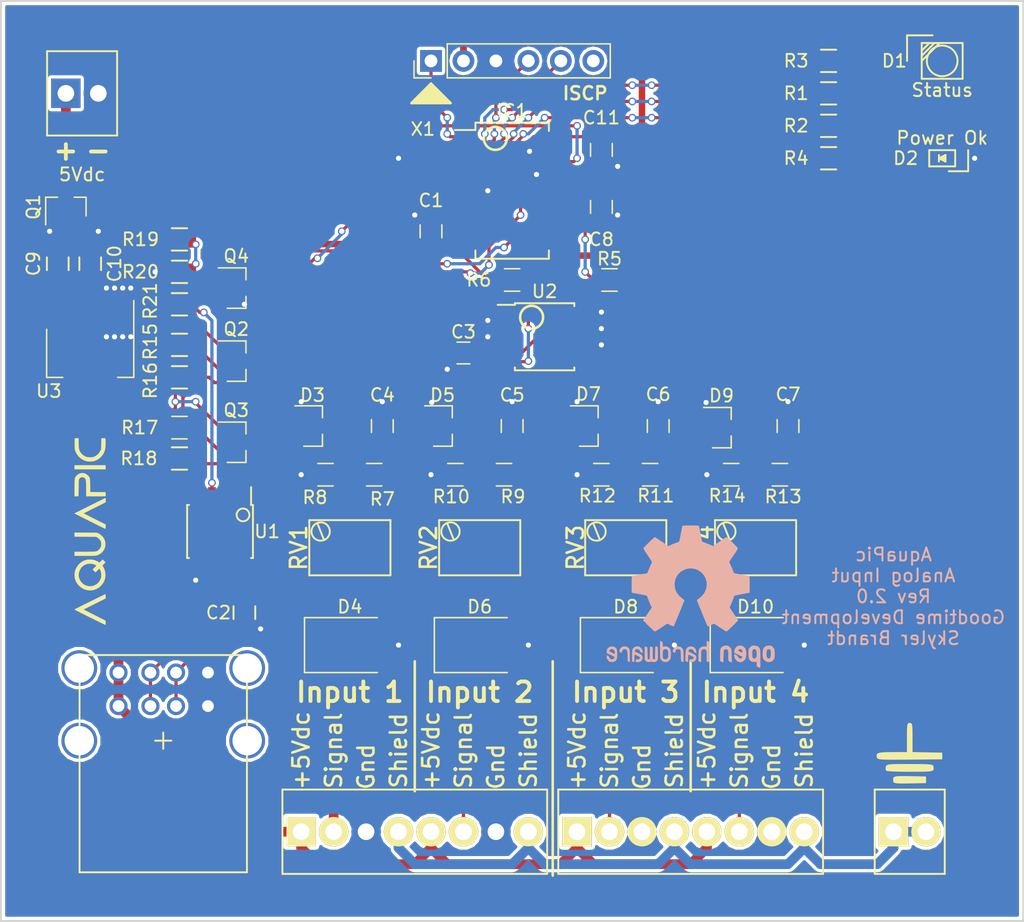
<source format=kicad_pcb>
(kicad_pcb (version 4) (host pcbnew 4.0.2+dfsg1-stable)
  (layers (0 F.Cu signal) (31 B.Cu signal) (34 B.Paste user) (35 F.Paste user) (36 B.SilkS user) (37 F.SilkS user) (38 B.Mask user) (39 F.Mask user) (44 Edge.Cuts user))
  (net 0 "")
  (net 1 +5V)
  (net 2 GND)
  (net 3 "Net-(D1-Pad2)")
  (net 4 "Net-(D1-Pad3)")
  (net 5 "Net-(D1-Pad1)")
  (net 6 /Input3)
  (net 7 /Input4)
  (net 8 //MCLR)
  (net 9 /RX)
  (net 10 /TX)
  (net 11 /PGC)
  (net 12 /PGD)
  (net 13 /Input1)
  (net 14 /Input2)
  (net 15 "Net-(IC1-Pad7)")
  (net 16 "Net-(IC1-Pad9)")
  (net 17 "Net-(IC1-Pad21)")
  (net 18 /Ch1)
  (net 19 /Ch2)
  (net 20 /Ch3)
  (net 21 /Ch4)
  (net 22 "Net-(IC1-Pad12)")
  (net 23 /SCL)
  (net 24 /SDA)
  (net 25 "Net-(P2-Pad12)")
  (net 26 "Net-(P5-Pad6)")
  (net 27 "Net-(R7-Pad1)")
  (net 28 "Net-(R11-Pad1)")
  (net 29 "Net-(R13-Pad1)")
  (net 30 +3V3)
  (net 31 "Net-(C8-Pad1)")
  (net 32 /LED_R)
  (net 33 /LED_G)
  (net 34 /LED_Y)
  (net 35 //RTS)
  (net 36 /TX_LV)
  (net 37 /RX_LV)
  (net 38 /A)
  (net 39 /B)
  (net 40 /RTS)
  (net 41 "Net-(R9-Pad1)")
  (net 42 "Net-(D2-Pad2)")
  (net 43 "Net-(IC1-Pad10)")
  (net 44 "Net-(IC1-Pad11)")
  (net 45 "Net-(IC1-Pad15)")
  (net 46 "Net-(IC1-Pad16)")
  (net 47 "Net-(IC1-Pad22)")
  (net 48 "Net-(IC1-Pad24)")
  (net 49 "Net-(P3-Pad1)")
  (net 50 "Net-(Q1-Pad1)")
  (module Capacitors_SMD:C_0805 (layer F.Cu) (at 46.99 -55.88 270)
    (fp_text reference C8 (at 2.54 0 360) (layer F.SilkS))
    (fp_text value 100nF)
    (pad 1 smd rect (at -1 0 270) (size 1 1.25) (layers F.Cu F.Paste F.Mask) (net 31 "Net-(C8-Pad1)"))
    (pad 2 smd rect (at 1 0 270) (size 1 1.25) (layers F.Cu F.Paste F.Mask) (net 2 GND))
  )
  (module MyFootPrints:USB-1.1_Stacked (layer F.Cu) (at 12.7 -13.97)
    (fp_text reference P1 hide)
    (fp_text value usb1.1)
    (pad 5 thru_hole circle (at -3.5 -5.470005) (size 1.42 1.42) (drill 0.92) (layers *.Cu *.Mask) (net 1 +5V))
    (pad 6 thru_hole circle (at -1 -5.470005) (size 1.42 1.42) (drill 0.92) (layers *.Cu *.Mask) (net 38 /A))
    (pad 7 thru_hole circle (at 1 -5.470005) (size 1.42 1.42) (drill 0.92) (layers *.Cu *.Mask) (net 39 /B))
    (pad 8 thru_hole circle (at 3.5 -5.470005) (size 1.42 1.42) (drill 0.92) (layers *.Cu *.Mask) (net 2 GND))
    (pad 1 thru_hole circle (at -3.5 -2.850005) (size 1.42 1.42) (drill 0.92) (layers *.Cu *.Mask) (net 1 +5V))
    (pad 2 thru_hole circle (at -1 -2.850005) (size 1.42 1.42) (drill 0.92) (layers *.Cu *.Mask) (net 38 /A))
    (pad 3 thru_hole circle (at 1 -2.850005) (size 1.42 1.42) (drill 0.92) (layers *.Cu *.Mask) (net 39 /B))
    (pad 4 thru_hole circle (at 3.5 -2.850005) (size 1.42 1.42) (drill 0.92) (layers *.Cu *.Mask) (net 2 GND))
    (pad Hole thru_hole circle (at 6.57 -0.140005) (size 2.8 2.8) (drill 2.3) (layers *.Cu *.Mask))
    (pad Hole thru_hole circle (at 6.57 -5.820005) (size 2.8 2.8) (drill 2.3) (layers *.Cu *.Mask))
    (pad Hole thru_hole circle (at -6.57 -5.820005) (size 2.8 2.8) (drill 2.3) (layers *.Cu *.Mask))
    (pad Hole thru_hole circle (at -6.57 -0.140005) (size 2.8 2.8) (drill 2.3) (layers *.Cu *.Mask))
  )
  (module Resistors_SMD:R_0805 (layer F.Cu) (at 47.625 -50.165 180)
    (fp_text reference R5 (at 0 1.651 180) (layer F.SilkS))
    (fp_text value 4K99)
    (pad 1 smd rect (at -0.95 0 180) (size 0.7 1.3) (layers F.Cu F.Paste F.Mask) (net 30 +3V3))
    (pad 2 smd rect (at 0.95 0 180) (size 0.7 1.3) (layers F.Cu F.Paste F.Mask) (net 23 /SCL))
  )
  (module A_MyFootPrints:Earth_Ground_Logo (layer F.Cu) (at 71.12 -12.065)
    (fp_text reference G*** hide)
    (fp_text value LOGO hide)
  )
  (module Capacitors_SMD:C_0805 (layer F.Cu) (at 36.195 -44.45 180)
    (fp_text reference C3 (at 0 1.651 360) (layer F.SilkS))
    (fp_text value 100nF)
    (pad 1 smd rect (at -1 0 180) (size 1 1.25) (layers F.Cu F.Paste F.Mask) (net 30 +3V3))
    (pad 2 smd rect (at 1 0 180) (size 1 1.25) (layers F.Cu F.Paste F.Mask) (net 2 GND))
  )
  (module Capacitors_SMD:C_0805 (layer F.Cu) (at 29.845 -38.735 90)
    (fp_text reference C4 (at 2.429 0 180) (layer F.SilkS))
    (fp_text value 100nF)
    (pad 1 smd rect (at -1 0 90) (size 1 1.25) (layers F.Cu F.Paste F.Mask) (net 18 /Ch1))
    (pad 2 smd rect (at 1 0 90) (size 1 1.25) (layers F.Cu F.Paste F.Mask) (net 2 GND))
  )
  (module Capacitors_SMD:C_0805 (layer F.Cu) (at 40.005 -38.735 90)
    (fp_text reference C5 (at 2.429 0 180) (layer F.SilkS))
    (fp_text value 100nF)
    (pad 1 smd rect (at -1 0 90) (size 1 1.25) (layers F.Cu F.Paste F.Mask) (net 19 /Ch2))
    (pad 2 smd rect (at 1 0 90) (size 1 1.25) (layers F.Cu F.Paste F.Mask) (net 2 GND))
  )
  (module Capacitors_SMD:C_0805 (layer F.Cu) (at 51.435 -38.735 90)
    (fp_text reference C6 (at 2.4765 0 180) (layer F.SilkS))
    (fp_text value 100nF)
    (pad 1 smd rect (at -1 0 90) (size 1 1.25) (layers F.Cu F.Paste F.Mask) (net 20 /Ch3))
    (pad 2 smd rect (at 1 0 90) (size 1 1.25) (layers F.Cu F.Paste F.Mask) (net 2 GND))
  )
  (module Capacitors_SMD:C_0805 (layer F.Cu) (at 61.595 -38.735 90)
    (fp_text reference C7 (at 2.4765 0 180) (layer F.SilkS))
    (fp_text value 100nF)
    (pad 1 smd rect (at -1 0 90) (size 1 1.25) (layers F.Cu F.Paste F.Mask) (net 21 /Ch4))
    (pad 2 smd rect (at 1 0 90) (size 1 1.25) (layers F.Cu F.Paste F.Mask) (net 2 GND))
  )
  (module Diodes_SMD:D_SOT-23_ANK (layer F.Cu) (at 24.4 -38.735)
    (fp_text reference D3 (at -0.016 -2.413) (layer F.SilkS))
    (fp_text value BZX84C3V3)
    (pad 2 smd rect (at -1 -0.95) (size 0.9 0.8) (layers F.Cu F.Paste F.Mask) (net 2 GND))
    (pad "" smd rect (at -1 0.95) (size 0.9 0.8) (layers F.Cu F.Paste F.Mask))
    (pad 1 smd rect (at 1 0) (size 0.9 0.8) (layers F.Cu F.Paste F.Mask) (net 18 /Ch1))
  )
  (module Diodes_SMD:D_SMB (layer F.Cu) (at 27.305 -21.59)
    (fp_text reference D4 (at 0 -3) (layer F.SilkS))
    (fp_text value SMBJ30D)
    (pad 1 smd rect (at -2.15 0) (size 2.5 2.3) (layers F.Cu F.Paste F.Mask) (net 13 /Input1))
    (pad 2 smd rect (at 2.15 0) (size 2.5 2.3) (layers F.Cu F.Paste F.Mask) (net 2 GND))
  )
  (module Diodes_SMD:D_SOT-23_ANK (layer F.Cu) (at 34.56 -38.735)
    (fp_text reference D5 (at 0 -2.413) (layer F.SilkS))
    (fp_text value BZX84C3V3)
    (pad 2 smd rect (at -1 -0.95) (size 0.9 0.8) (layers F.Cu F.Paste F.Mask) (net 2 GND))
    (pad "" smd rect (at -1 0.95) (size 0.9 0.8) (layers F.Cu F.Paste F.Mask))
    (pad 1 smd rect (at 1 0) (size 0.9 0.8) (layers F.Cu F.Paste F.Mask) (net 19 /Ch2))
  )
  (module Diodes_SMD:D_SMB (layer F.Cu) (at 37.465 -21.59)
    (fp_text reference D6 (at 0 -3) (layer F.SilkS))
    (fp_text value SMBJ30D)
    (pad 1 smd rect (at -2.15 0) (size 2.5 2.3) (layers F.Cu F.Paste F.Mask) (net 14 /Input2))
    (pad 2 smd rect (at 2.15 0) (size 2.5 2.3) (layers F.Cu F.Paste F.Mask) (net 2 GND))
  )
  (module Diodes_SMD:D_SOT-23_ANK (layer F.Cu) (at 45.974 -38.735)
    (fp_text reference D7 (at 0 -2.5) (layer F.SilkS))
    (fp_text value BZX84C3V3)
    (pad 2 smd rect (at -1 -0.95) (size 0.9 0.8) (layers F.Cu F.Paste F.Mask) (net 2 GND))
    (pad "" smd rect (at -1 0.95) (size 0.9 0.8) (layers F.Cu F.Paste F.Mask))
    (pad 1 smd rect (at 1 0) (size 0.9 0.8) (layers F.Cu F.Paste F.Mask) (net 20 /Ch3))
  )
  (module Diodes_SMD:D_SMB (layer F.Cu) (at 48.895 -21.59)
    (fp_text reference D8 (at 0 -3) (layer F.SilkS))
    (fp_text value SMBJ30D)
    (pad 1 smd rect (at -2.15 0) (size 2.5 2.3) (layers F.Cu F.Paste F.Mask) (net 6 /Input3))
    (pad 2 smd rect (at 2.15 0) (size 2.5 2.3) (layers F.Cu F.Paste F.Mask) (net 2 GND))
  )
  (module Diodes_SMD:D_SOT-23_ANK (layer F.Cu) (at 56.388 -38.608)
    (fp_text reference D9 (at 0 -2.5) (layer F.SilkS))
    (fp_text value BZX84C3V3)
    (pad 2 smd rect (at -1 -0.95) (size 0.9 0.8) (layers F.Cu F.Paste F.Mask) (net 2 GND))
    (pad "" smd rect (at -1 0.95) (size 0.9 0.8) (layers F.Cu F.Paste F.Mask))
    (pad 1 smd rect (at 1 0) (size 0.9 0.8) (layers F.Cu F.Paste F.Mask) (net 21 /Ch4))
  )
  (module Diodes_SMD:D_SMB (layer F.Cu) (at 59.055 -21.59)
    (fp_text reference D10 (at 0 -3) (layer F.SilkS))
    (fp_text value SMBJ30D)
    (pad 1 smd rect (at -2.15 0) (size 2.5 2.3) (layers F.Cu F.Paste F.Mask) (net 7 /Input4))
    (pad 2 smd rect (at 2.15 0) (size 2.5 2.3) (layers F.Cu F.Paste F.Mask) (net 2 GND))
  )
  (module MyFootPrints:Screw_Header_1x16 (layer F.Cu) (at 43.18 -6.985)
    (fp_text reference P2 hide)
    (fp_text value Inputs)
    (pad 16 thru_hole circle (at 19.685 0) (size 2.3 2.3) (drill 1.3) (layers *.Cu *.Mask F.SilkS) (net 25 "Net-(P2-Pad12)"))
    (pad 15 thru_hole circle (at 17.145 0) (size 2.3 2.3) (drill 1.3) (layers *.Cu *.Mask F.SilkS) (net 2 GND))
    (pad 14 thru_hole circle (at 14.605 0) (size 2.3 2.3) (drill 1.3) (layers *.Cu *.Mask F.SilkS) (net 7 /Input4))
    (pad 13 thru_hole circle (at 12.065 0) (size 2.3 2.3) (drill 1.3) (layers *.Cu *.Mask F.SilkS) (net 1 +5V))
    (pad 12 thru_hole circle (at 9.525 0) (size 2.3 2.3) (drill 1.3) (layers *.Cu *.Mask F.SilkS) (net 25 "Net-(P2-Pad12)"))
    (pad 11 thru_hole circle (at 6.985 0) (size 2.3 2.3) (drill 1.3) (layers *.Cu *.Mask F.SilkS) (net 2 GND))
    (pad 10 thru_hole circle (at 4.445 0) (size 2.3 2.3) (drill 1.3) (layers *.Cu *.Mask F.SilkS) (net 6 /Input3))
    (pad 9 thru_hole rect (at 1.905 0) (size 2.3 2.3) (drill 1.3) (layers *.Cu *.Mask F.SilkS) (net 1 +5V))
    (pad 1 thru_hole rect (at -19.685 0) (size 2.3 2.3) (drill 1.3) (layers *.Cu *.Mask F.SilkS) (net 1 +5V))
    (pad 2 thru_hole circle (at -17.145 0) (size 2.3 2.3) (drill 1.3) (layers *.Cu *.Mask F.SilkS) (net 13 /Input1))
    (pad 3 thru_hole circle (at -14.605 0) (size 2.3 2.3) (drill 1.3) (layers *.Cu *.Mask) (net 2 GND))
    (pad 4 thru_hole circle (at -12.065 0) (size 2.3 2.3) (drill 1.3) (layers *.Cu *.Mask F.SilkS) (net 25 "Net-(P2-Pad12)"))
    (pad 5 thru_hole circle (at -9.525 0) (size 2.3 2.3) (drill 1.3) (layers *.Cu *.Mask F.SilkS) (net 1 +5V))
    (pad 6 thru_hole circle (at -6.985 0) (size 2.3 2.3) (drill 1.3) (layers *.Cu *.Mask F.SilkS) (net 14 /Input2))
    (pad 7 thru_hole circle (at -4.445 0) (size 2.3 2.3) (drill 1.3) (layers *.Cu *.Mask) (net 2 GND))
    (pad 8 thru_hole circle (at -1.905 0) (size 2.3 2.3) (drill 1.3) (layers *.Cu *.Mask F.SilkS) (net 25 "Net-(P2-Pad12)"))
  )
  (module MyFootPrints:Screw_Header_1x2 (layer F.Cu) (at 71.12 -6.985)
    (fp_text reference P3 hide)
    (fp_text value Earth)
    (pad 1 thru_hole rect (at -1.27 0) (size 2.3 2.3) (drill 1.3) (layers *.Cu *.Mask F.SilkS) (net 25 "Net-(P2-Pad12)"))
    (pad 2 thru_hole circle (at 1.27 0) (size 2.3 2.3) (drill 1.3) (layers *.Cu *.Mask F.SilkS) (net 25 "Net-(P2-Pad12)"))
  )
  (module Pin_Headers:Pin_Header_Straight_1x06_Pitch2.54mm (layer F.Cu) (at 33.655 -67.31 90)
    (fp_text reference P1 hide)
    (fp_text value "6x1 2.54")
    (pad 1 thru_hole rect (at 0 0 90) (size 1.7 1.7) (drill 1) (layers *.Cu *.Mask) (net 8 //MCLR))
    (pad 2 thru_hole oval (at 0 2.54 90) (size 1.7 1.7) (drill 1) (layers *.Cu *.Mask) (net 30 +3V3))
    (pad 3 thru_hole oval (at 0 5.08 90) (size 1.7 1.7) (drill 1) (layers *.Cu *.Mask) (net 2 GND))
    (pad 4 thru_hole oval (at 0 7.62 90) (size 1.7 1.7) (drill 1) (layers *.Cu *.Mask) (net 12 /PGD))
    (pad 5 thru_hole oval (at 0 10.16 90) (size 1.7 1.7) (drill 1) (layers *.Cu *.Mask) (net 11 /PGC))
    (pad 6 thru_hole oval (at 0 12.7 90) (size 1.7 1.7) (drill 1) (layers *.Cu *.Mask) (net 26 "Net-(P5-Pad6)"))
  )
  (module Resistors_SMD:R_0805 (layer F.Cu) (at 40.005 -50.165 180)
    (fp_text reference R6 (at 2.606 0 180) (layer F.SilkS))
    (fp_text value 4K99)
    (pad 1 smd rect (at -0.95 0 180) (size 0.7 1.3) (layers F.Cu F.Paste F.Mask) (net 30 +3V3))
    (pad 2 smd rect (at 0.95 0 180) (size 0.7 1.3) (layers F.Cu F.Paste F.Mask) (net 24 /SDA))
  )
  (module Resistors_SMD:R_0805 (layer F.Cu) (at 29.21 -34.925 180)
    (fp_text reference R7 (at -0.635 -1.905 180) (layer F.SilkS))
    (fp_text value 4K99)
    (pad 1 smd rect (at -0.95 0 180) (size 0.7 1.3) (layers F.Cu F.Paste F.Mask) (net 27 "Net-(R7-Pad1)"))
    (pad 2 smd rect (at 0.95 0 180) (size 0.7 1.3) (layers F.Cu F.Paste F.Mask) (net 18 /Ch1))
  )
  (module Resistors_SMD:R_0805 (layer F.Cu) (at 25.4 -34.925)
    (fp_text reference R8 (at -0.823 1.778) (layer F.SilkS))
    (fp_text value 10K)
    (pad 1 smd rect (at -0.95 0) (size 0.7 1.3) (layers F.Cu F.Paste F.Mask) (net 2 GND))
    (pad 2 smd rect (at 0.95 0) (size 0.7 1.3) (layers F.Cu F.Paste F.Mask) (net 18 /Ch1))
  )
  (module Resistors_SMD:R_0805 (layer F.Cu) (at 39.37 -34.925 180)
    (fp_text reference R9 (at -0.6985 -1.7145 180) (layer F.SilkS))
    (fp_text value 4K99)
    (pad 1 smd rect (at -0.95 0 180) (size 0.7 1.3) (layers F.Cu F.Paste F.Mask) (net 41 "Net-(R9-Pad1)"))
    (pad 2 smd rect (at 0.95 0 180) (size 0.7 1.3) (layers F.Cu F.Paste F.Mask) (net 19 /Ch2))
  )
  (module Resistors_SMD:R_0805 (layer F.Cu) (at 35.56 -34.925)
    (fp_text reference R10 (at -0.3175 1.7145) (layer F.SilkS))
    (fp_text value 10K)
    (pad 1 smd rect (at -0.95 0) (size 0.7 1.3) (layers F.Cu F.Paste F.Mask) (net 2 GND))
    (pad 2 smd rect (at 0.95 0) (size 0.7 1.3) (layers F.Cu F.Paste F.Mask) (net 19 /Ch2))
  )
  (module Resistors_SMD:R_0805 (layer F.Cu) (at 50.8 -34.925 180)
    (fp_text reference R11 (at -0.4445 -1.651 180) (layer F.SilkS))
    (fp_text value 4K99)
    (pad 1 smd rect (at -0.95 0 180) (size 0.7 1.3) (layers F.Cu F.Paste F.Mask) (net 28 "Net-(R11-Pad1)"))
    (pad 2 smd rect (at 0.95 0 180) (size 0.7 1.3) (layers F.Cu F.Paste F.Mask) (net 20 /Ch3))
  )
  (module Resistors_SMD:R_0805 (layer F.Cu) (at 46.99 -34.925)
    (fp_text reference R12 (at -0.3175 1.651) (layer F.SilkS))
    (fp_text value 10K)
    (pad 1 smd rect (at -0.95 0) (size 0.7 1.3) (layers F.Cu F.Paste F.Mask) (net 2 GND))
    (pad 2 smd rect (at 0.95 0) (size 0.7 1.3) (layers F.Cu F.Paste F.Mask) (net 20 /Ch3))
  )
  (module Resistors_SMD:R_0805 (layer F.Cu) (at 60.96 -34.925 180)
    (fp_text reference R13 (at -0.254 -1.7145 180) (layer F.SilkS))
    (fp_text value 4K99)
    (pad 1 smd rect (at -0.95 0 180) (size 0.7 1.3) (layers F.Cu F.Paste F.Mask) (net 29 "Net-(R13-Pad1)"))
    (pad 2 smd rect (at 0.95 0 180) (size 0.7 1.3) (layers F.Cu F.Paste F.Mask) (net 21 /Ch4))
  )
  (module Resistors_SMD:R_0805 (layer F.Cu) (at 57.15 -34.925)
    (fp_text reference R14 (at -0.3175 1.651) (layer F.SilkS))
    (fp_text value 10K)
    (pad 1 smd rect (at -0.95 0) (size 0.7 1.3) (layers F.Cu F.Paste F.Mask) (net 2 GND))
    (pad 2 smd rect (at 0.95 0) (size 0.7 1.3) (layers F.Cu F.Paste F.Mask) (net 21 /Ch4))
  )
  (module MyFootPrints:POTENTIAMETER_SMD (layer F.Cu) (at 27.305 -29.21)
    (fp_text reference RV1 (at -4.0005 0 270) (layer F.SilkS) (effects (font (size 1.27 1.27) (thickness 0.2032))))
    (fp_text value 10K)
    (pad 1 smd rect (at -2.54 2.3495) (size 1.016 2.794) (layers F.Cu F.Paste F.Mask) (net 13 /Input1))
    (pad 2 smd rect (at 0 -2.3495) (size 1.016 2.794) (layers F.Cu F.Paste F.Mask) (net 27 "Net-(R7-Pad1)"))
    (pad 3 smd rect (at 2.54 2.3495) (size 1.016 2.794) (layers F.Cu F.Paste F.Mask) (net 27 "Net-(R7-Pad1)"))
  )
  (module MyFootPrints:POTENTIAMETER_SMD (layer F.Cu) (at 37.465 -29.21)
    (fp_text reference RV2 (at -4.0005 0 270) (layer F.SilkS) (effects (font (size 1.27 1.27) (thickness 0.2032))))
    (fp_text value 10K)
    (pad 1 smd rect (at -2.54 2.3495) (size 1.016 2.794) (layers F.Cu F.Paste F.Mask) (net 14 /Input2))
    (pad 2 smd rect (at 0 -2.3495) (size 1.016 2.794) (layers F.Cu F.Paste F.Mask) (net 41 "Net-(R9-Pad1)"))
    (pad 3 smd rect (at 2.54 2.3495) (size 1.016 2.794) (layers F.Cu F.Paste F.Mask) (net 41 "Net-(R9-Pad1)"))
  )
  (module MyFootPrints:POTENTIAMETER_SMD (layer F.Cu) (at 48.895 -29.21)
    (fp_text reference RV3 (at -3.937 0 90) (layer F.SilkS) (effects (font (size 1.27 1.27) (thickness 0.2032))))
    (fp_text value 10K)
    (pad 1 smd rect (at -2.54 2.3495) (size 1.016 2.794) (layers F.Cu F.Paste F.Mask) (net 6 /Input3))
    (pad 2 smd rect (at 0 -2.3495) (size 1.016 2.794) (layers F.Cu F.Paste F.Mask) (net 28 "Net-(R11-Pad1)"))
    (pad 3 smd rect (at 2.54 2.3495) (size 1.016 2.794) (layers F.Cu F.Paste F.Mask) (net 28 "Net-(R11-Pad1)"))
  )
  (module MyFootPrints:POTENTIAMETER_SMD (layer F.Cu) (at 59.055 -29.21)
    (fp_text reference RV4 (at -3.937 0 90) (layer F.SilkS) (effects (font (size 1.27 1.27) (thickness 0.2032))))
    (fp_text value 10K)
    (pad 1 smd rect (at -2.54 2.3495) (size 1.016 2.794) (layers F.Cu F.Paste F.Mask) (net 7 /Input4))
    (pad 2 smd rect (at 0 -2.3495) (size 1.016 2.794) (layers F.Cu F.Paste F.Mask) (net 29 "Net-(R13-Pad1)"))
    (pad 3 smd rect (at 2.54 2.3495) (size 1.016 2.794) (layers F.Cu F.Paste F.Mask) (net 29 "Net-(R13-Pad1)"))
  )
  (module Housings_SSOP:TSSOP-14_4.4x5mm_Pitch0.65mm (layer F.Cu) (at 42.545 -45.72)
    (fp_text reference U2 (at 0 -3.55) (layer F.SilkS))
    (fp_text value MCP3428)
    (pad 1 smd rect (at -2.95 -1.95) (size 1.45 0.45) (layers F.Cu F.Paste F.Mask) (net 18 /Ch1))
    (pad 2 smd rect (at -2.95 -1.3) (size 1.45 0.45) (layers F.Cu F.Paste F.Mask) (net 2 GND))
    (pad 3 smd rect (at -2.95 -0.65) (size 1.45 0.45) (layers F.Cu F.Paste F.Mask) (net 19 /Ch2))
    (pad 4 smd rect (at -2.95 0) (size 1.45 0.45) (layers F.Cu F.Paste F.Mask) (net 2 GND))
    (pad 5 smd rect (at -2.95 0.65) (size 1.45 0.45) (layers F.Cu F.Paste F.Mask) (net 2 GND))
    (pad 6 smd rect (at -2.95 1.3) (size 1.45 0.45) (layers F.Cu F.Paste F.Mask) (net 30 +3V3))
    (pad 7 smd rect (at -2.95 1.95) (size 1.45 0.45) (layers F.Cu F.Paste F.Mask) (net 24 /SDA))
    (pad 8 smd rect (at 2.95 1.95) (size 1.45 0.45) (layers F.Cu F.Paste F.Mask) (net 23 /SCL))
    (pad 9 smd rect (at 2.95 1.3) (size 1.45 0.45) (layers F.Cu F.Paste F.Mask) (net 2 GND))
    (pad 10 smd rect (at 2.95 0.65) (size 1.45 0.45) (layers F.Cu F.Paste F.Mask) (net 2 GND))
    (pad 11 smd rect (at 2.95 0) (size 1.45 0.45) (layers F.Cu F.Paste F.Mask) (net 20 /Ch3))
    (pad 12 smd rect (at 2.95 -0.65) (size 1.45 0.45) (layers F.Cu F.Paste F.Mask) (net 2 GND))
    (pad 13 smd rect (at 2.95 -1.3) (size 1.45 0.45) (layers F.Cu F.Paste F.Mask) (net 21 /Ch4))
    (pad 14 smd rect (at 2.95 -1.95) (size 1.45 0.45) (layers F.Cu F.Paste F.Mask) (net 2 GND))
  )
  (module MyFootPrints:Resonator_3.2x1.3 (layer F.Cu) (at 33.02 -59.69 90)
    (fp_text reference X1 (at 2.286 0 360) (layer F.SilkS))
    (fp_text value 8MHz)
    (pad 2 smd rect (at 0 0 90) (size 0.4 2) (layers F.Cu F.Paste F.Mask) (net 2 GND))
    (pad 3 smd rect (at 1.2 0 90) (size 0.4 2) (layers F.Cu F.Paste F.Mask) (net 16 "Net-(IC1-Pad9)"))
    (pad 1 smd rect (at -1.2 0 90) (size 0.4 2) (layers F.Cu F.Paste F.Mask) (net 43 "Net-(IC1-Pad10)"))
  )
  (module Capacitors_SMD:C_0805 (layer F.Cu) (at 33.655 -53.975 90)
    (fp_text reference C1 (at 2.413 0 180) (layer F.SilkS))
    (fp_text value 100nF)
    (pad 1 smd rect (at -1 0 90) (size 1 1.25) (layers F.Cu F.Paste F.Mask) (net 30 +3V3))
    (pad 2 smd rect (at 1 0 90) (size 1 1.25) (layers F.Cu F.Paste F.Mask) (net 2 GND))
  )
  (module Housings_SSOP:SSOP-28_5.3x10.2mm_Pitch0.65mm (layer F.Cu) (at 40.005 -57.15)
    (fp_text reference IC1 (at 0 -6.25) (layer F.SilkS))
    (fp_text value PIC32MM0064GPM028)
    (pad 1 smd rect (at -3.6 -4.225) (size 1.75 0.45) (layers F.Cu F.Paste F.Mask) (net 8 //MCLR))
    (pad 2 smd rect (at -3.6 -3.575) (size 1.75 0.45) (layers F.Cu F.Paste F.Mask) (net 11 /PGC))
    (pad 3 smd rect (at -3.6 -2.925) (size 1.75 0.45) (layers F.Cu F.Paste F.Mask) (net 12 /PGD))
    (pad 4 smd rect (at -3.6 -2.275) (size 1.75 0.45) (layers F.Cu F.Paste F.Mask) (net 32 /LED_R))
    (pad 5 smd rect (at -3.6 -1.625) (size 1.75 0.45) (layers F.Cu F.Paste F.Mask) (net 33 /LED_G))
    (pad 6 smd rect (at -3.6 -0.975) (size 1.75 0.45) (layers F.Cu F.Paste F.Mask) (net 34 /LED_Y))
    (pad 7 smd rect (at -3.6 -0.325) (size 1.75 0.45) (layers F.Cu F.Paste F.Mask) (net 15 "Net-(IC1-Pad7)"))
    (pad 8 smd rect (at -3.6 0.325) (size 1.75 0.45) (layers F.Cu F.Paste F.Mask) (net 2 GND))
    (pad 9 smd rect (at -3.6 0.975) (size 1.75 0.45) (layers F.Cu F.Paste F.Mask) (net 16 "Net-(IC1-Pad9)"))
    (pad 10 smd rect (at -3.6 1.625) (size 1.75 0.45) (layers F.Cu F.Paste F.Mask) (net 43 "Net-(IC1-Pad10)"))
    (pad 11 smd rect (at -3.6 2.275) (size 1.75 0.45) (layers F.Cu F.Paste F.Mask) (net 44 "Net-(IC1-Pad11)"))
    (pad 12 smd rect (at -3.6 2.925) (size 1.75 0.45) (layers F.Cu F.Paste F.Mask) (net 22 "Net-(IC1-Pad12)"))
    (pad 13 smd rect (at -3.6 3.575) (size 1.75 0.45) (layers F.Cu F.Paste F.Mask) (net 30 +3V3))
    (pad 14 smd rect (at -3.6 4.225) (size 1.75 0.45) (layers F.Cu F.Paste F.Mask) (net 24 /SDA))
    (pad 15 smd rect (at 3.6 4.225) (size 1.75 0.45) (layers F.Cu F.Paste F.Mask) (net 45 "Net-(IC1-Pad15)"))
    (pad 16 smd rect (at 3.6 3.575) (size 1.75 0.45) (layers F.Cu F.Paste F.Mask) (net 46 "Net-(IC1-Pad16)"))
    (pad 17 smd rect (at 3.6 2.925) (size 1.75 0.45) (layers F.Cu F.Paste F.Mask) (net 35 //RTS))
    (pad 18 smd rect (at 3.6 2.275) (size 1.75 0.45) (layers F.Cu F.Paste F.Mask) (net 35 //RTS))
    (pad 19 smd rect (at 3.6 1.625) (size 1.75 0.45) (layers F.Cu F.Paste F.Mask) (net 23 /SCL))
    (pad 20 smd rect (at 3.6 0.975) (size 1.75 0.45) (layers F.Cu F.Paste F.Mask) (net 31 "Net-(C8-Pad1)"))
    (pad 21 smd rect (at 3.6 0.325) (size 1.75 0.45) (layers F.Cu F.Paste F.Mask) (net 17 "Net-(IC1-Pad21)"))
    (pad 22 smd rect (at 3.6 -0.325) (size 1.75 0.45) (layers F.Cu F.Paste F.Mask) (net 47 "Net-(IC1-Pad22)"))
    (pad 23 smd rect (at 3.6 -0.975) (size 1.75 0.45) (layers F.Cu F.Paste F.Mask) (net 2 GND))
    (pad 24 smd rect (at 3.6 -1.625) (size 1.75 0.45) (layers F.Cu F.Paste F.Mask) (net 48 "Net-(IC1-Pad24)"))
    (pad 25 smd rect (at 3.6 -2.275) (size 1.75 0.45) (layers F.Cu F.Paste F.Mask) (net 36 /TX_LV))
    (pad 26 smd rect (at 3.6 -2.925) (size 1.75 0.45) (layers F.Cu F.Paste F.Mask) (net 37 /RX_LV))
    (pad 27 smd rect (at 3.6 -3.575) (size 1.75 0.45) (layers F.Cu F.Paste F.Mask) (net 2 GND))
    (pad 28 smd rect (at 3.6 -4.225) (size 1.75 0.45) (layers F.Cu F.Paste F.Mask) (net 30 +3V3))
  )
  (module Capacitors_SMD:C_0805 (layer F.Cu) (at 46.99 -60.341 270)
    (fp_text reference C11 (at -2.524 0 360) (layer F.SilkS))
    (fp_text value 100nF)
    (pad 1 smd rect (at -1 0 270) (size 1 1.25) (layers F.Cu F.Paste F.Mask) (net 30 +3V3))
    (pad 2 smd rect (at 1 0 270) (size 1 1.25) (layers F.Cu F.Paste F.Mask) (net 2 GND))
  )
  (module TO_SOT_Packages_SMD:SOT-223 (layer F.Cu) (at 6.985 -44.45 270)
    (fp_text reference U3 (at 2.9845 3.2385 360) (layer F.SilkS))
    (fp_text value AP2114H)
    (pad 4 smd rect (at 3.15 0 270) (size 2 3.8) (layers F.Cu F.Paste F.Mask))
    (pad 2 smd rect (at -3.15 0 270) (size 2 1.5) (layers F.Cu F.Paste F.Mask) (net 30 +3V3))
    (pad 3 smd rect (at -3.15 2.3 270) (size 2 1.5) (layers F.Cu F.Paste F.Mask) (net 1 +5V))
    (pad 1 smd rect (at -3.15 -2.3 270) (size 2 1.5) (layers F.Cu F.Paste F.Mask) (net 2 GND))
  )
  (module Symbols:OSHW-Logo2_14.6x12mm_SilkScreen (layer B.Cu) (at 53.975 -25.4 180)
    (fp_text reference REF*** hide)
    (fp_text value OSHW-Logo2_14.6x12mm_SilkScreen hide)
  )
  (module Capacitors_SMD:C_0805 (layer F.Cu) (at 4.445 -51.435 90)
    (fp_text reference C9 (at 0 -1.905 90) (layer F.SilkS))
    (fp_text value 4u7)
    (pad 1 smd rect (at -1 0 90) (size 1 1.25) (layers F.Cu F.Paste F.Mask) (net 1 +5V))
    (pad 2 smd rect (at 1 0 90) (size 1 1.25) (layers F.Cu F.Paste F.Mask) (net 2 GND))
  )
  (module Capacitors_SMD:C_0805 (layer F.Cu) (at 6.985 -51.435 90)
    (fp_text reference C10 (at 0 1.905 90) (layer F.SilkS))
    (fp_text value 4u7)
    (pad 1 smd rect (at -1 0 90) (size 1 1.25) (layers F.Cu F.Paste F.Mask) (net 30 +3V3))
    (pad 2 smd rect (at 1 0 90) (size 1 1.25) (layers F.Cu F.Paste F.Mask) (net 2 GND))
  )
  (module Capacitors_SMD:C_0805 (layer F.Cu) (at 19.05 -24.13 270)
    (fp_text reference C2 (at 0 2.032 360) (layer F.SilkS))
    (fp_text value 100nF)
    (pad 1 smd rect (at -1 0 270) (size 1 1.25) (layers F.Cu F.Paste F.Mask) (net 1 +5V))
    (pad 2 smd rect (at 1 0 270) (size 1 1.25) (layers F.Cu F.Paste F.Mask) (net 2 GND))
  )
  (module LEDs:LED-0805 (layer F.Cu) (at 73.66 -59.69 180)
    (fp_text reference D2 (at 2.8575 0 180) (layer F.SilkS))
    (fp_text value APT2012)
    (pad 2 smd rect (at 1.04902 0) (size 1.19888 1.19888) (layers F.Cu F.Paste F.Mask) (net 42 "Net-(D2-Pad2)"))
    (pad 1 smd rect (at -1.04902 0) (size 1.19888 1.19888) (layers F.Cu F.Paste F.Mask) (net 2 GND))
  )
  (module Resistors_SMD:R_0805 (layer F.Cu) (at 64.77 -64.77 180)
    (fp_text reference R1 (at 2.54 0 180) (layer F.SilkS))
    (fp_text value 150R)
    (pad 1 smd rect (at -0.95 0 180) (size 0.7 1.3) (layers F.Cu F.Paste F.Mask) (net 5 "Net-(D1-Pad1)"))
    (pad 2 smd rect (at 0.95 0 180) (size 0.7 1.3) (layers F.Cu F.Paste F.Mask) (net 33 /LED_G))
  )
  (module Resistors_SMD:R_0805 (layer F.Cu) (at 64.77 -62.23 180)
    (fp_text reference R2 (at 2.54 0 180) (layer F.SilkS))
    (fp_text value 150R)
    (pad 1 smd rect (at -0.95 0 180) (size 0.7 1.3) (layers F.Cu F.Paste F.Mask) (net 3 "Net-(D1-Pad2)"))
    (pad 2 smd rect (at 0.95 0 180) (size 0.7 1.3) (layers F.Cu F.Paste F.Mask) (net 34 /LED_Y))
  )
  (module Resistors_SMD:R_0805 (layer F.Cu) (at 64.77 -67.31 180)
    (fp_text reference R3 (at 2.54 0 180) (layer F.SilkS))
    (fp_text value 150R)
    (pad 1 smd rect (at -0.95 0 180) (size 0.7 1.3) (layers F.Cu F.Paste F.Mask) (net 4 "Net-(D1-Pad3)"))
    (pad 2 smd rect (at 0.95 0 180) (size 0.7 1.3) (layers F.Cu F.Paste F.Mask) (net 32 /LED_R))
  )
  (module Resistors_SMD:R_0805 (layer F.Cu) (at 13.97 -53.34 180)
    (fp_text reference R19 (at 3.048 0 360) (layer F.SilkS))
    (fp_text value 1K)
    (pad 1 smd rect (at -0.95 0 180) (size 0.7 1.3) (layers F.Cu F.Paste F.Mask) (net 50 "Net-(Q1-Pad1)"))
    (pad 2 smd rect (at 0.95 0 180) (size 0.7 1.3) (layers F.Cu F.Paste F.Mask) (net 35 //RTS))
  )
  (module Resistors_SMD:R_0805 (layer F.Cu) (at 13.97 -50.8 180)
    (fp_text reference R20 (at 3.048 0 360) (layer F.SilkS))
    (fp_text value 10K)
    (pad 1 smd rect (at -0.95 0 180) (size 0.7 1.3) (layers F.Cu F.Paste F.Mask) (net 50 "Net-(Q1-Pad1)"))
    (pad 2 smd rect (at 0.95 0 180) (size 0.7 1.3) (layers F.Cu F.Paste F.Mask) (net 2 GND))
  )
  (module Resistors_SMD:R_0805 (layer F.Cu) (at 13.97 -48.26)
    (fp_text reference R21 (at -2.286 -0.254 90) (layer F.SilkS))
    (fp_text value 10K)
    (pad 1 smd rect (at -0.95 0) (size 0.7 1.3) (layers F.Cu F.Paste F.Mask) (net 1 +5V))
    (pad 2 smd rect (at 0.95 0) (size 0.7 1.3) (layers F.Cu F.Paste F.Mask) (net 40 /RTS))
  )
  (module Resistors_SMD:R_0805 (layer F.Cu) (at 13.97 -45.085)
    (fp_text reference R15 (at -2.286 -0.254 90) (layer F.SilkS))
    (fp_text value 4K99)
    (pad 1 smd rect (at -0.95 0) (size 0.7 1.3) (layers F.Cu F.Paste F.Mask) (net 30 +3V3))
    (pad 2 smd rect (at 0.95 0) (size 0.7 1.3) (layers F.Cu F.Paste F.Mask) (net 36 /TX_LV))
  )
  (module Resistors_SMD:R_0805 (layer F.Cu) (at 13.97 -42.545)
    (fp_text reference R16 (at -2.286 0.254 90) (layer F.SilkS))
    (fp_text value 4K99)
    (pad 1 smd rect (at -0.95 0) (size 0.7 1.3) (layers F.Cu F.Paste F.Mask) (net 1 +5V))
    (pad 2 smd rect (at 0.95 0) (size 0.7 1.3) (layers F.Cu F.Paste F.Mask) (net 10 /TX))
  )
  (module Resistors_SMD:R_0805 (layer F.Cu) (at 13.97 -36.195)
    (fp_text reference R18 (at -3.175 0) (layer F.SilkS))
    (fp_text value 4K99)
    (pad 1 smd rect (at -0.95 0) (size 0.7 1.3) (layers F.Cu F.Paste F.Mask) (net 1 +5V))
    (pad 2 smd rect (at 0.95 0) (size 0.7 1.3) (layers F.Cu F.Paste F.Mask) (net 9 /RX))
  )
  (module Resistors_SMD:R_0805 (layer F.Cu) (at 64.77 -59.69)
    (fp_text reference R4 (at -2.54 0) (layer F.SilkS))
    (fp_text value 150R)
    (pad 1 smd rect (at -0.95 0) (size 0.7 1.3) (layers F.Cu F.Paste F.Mask) (net 30 +3V3))
    (pad 2 smd rect (at 0.95 0) (size 0.7 1.3) (layers F.Cu F.Paste F.Mask) (net 42 "Net-(D2-Pad2)"))
  )
  (module Housings_SOIC:SOIC-8_3.9x4.9mm_Pitch1.27mm (layer F.Cu) (at 17.145 -30.48 270)
    (fp_text reference U1 (at 0 -3.683 360) (layer F.SilkS))
    (fp_text value ST485EC)
    (pad 1 smd rect (at -2.7 -1.905 270) (size 1.55 0.6) (layers F.Cu F.Paste F.Mask) (net 9 /RX))
    (pad 2 smd rect (at -2.7 -0.635 270) (size 1.55 0.6) (layers F.Cu F.Paste F.Mask) (net 40 /RTS))
    (pad 3 smd rect (at -2.7 0.635 270) (size 1.55 0.6) (layers F.Cu F.Paste F.Mask) (net 40 /RTS))
    (pad 4 smd rect (at -2.7 1.905 270) (size 1.55 0.6) (layers F.Cu F.Paste F.Mask) (net 10 /TX))
    (pad 5 smd rect (at 2.7 1.905 270) (size 1.55 0.6) (layers F.Cu F.Paste F.Mask) (net 2 GND))
    (pad 6 smd rect (at 2.7 0.635 270) (size 1.55 0.6) (layers F.Cu F.Paste F.Mask) (net 38 /A))
    (pad 7 smd rect (at 2.7 -0.635 270) (size 1.55 0.6) (layers F.Cu F.Paste F.Mask) (net 39 /B))
    (pad 8 smd rect (at 2.7 -1.905 270) (size 1.55 0.6) (layers F.Cu F.Paste F.Mask) (net 1 +5V))
  )
  (module MyFootPrints:PLCC-4 (layer F.Cu) (at 73.66 -67.31 90)
    (fp_text reference D1 (at 0 -3.7465 180) (layer F.SilkS))
    (fp_text value SMTL4-RGY)
    (pad 2 smd rect (at -0.75 1.55 90) (size 0.9 1.5) (layers F.Cu F.Paste F.Mask) (net 3 "Net-(D1-Pad2)"))
    (pad 4 smd rect (at 0.75 1.55 90) (size 0.9 1.5) (layers F.Cu F.Paste F.Mask) (net 30 +3V3))
    (pad 3 smd rect (at 0.75 -1.55 90) (size 0.9 1.5) (layers F.Cu F.Paste F.Mask) (net 4 "Net-(D1-Pad3)"))
    (pad 1 smd rect (at -0.75 -1.55 90) (size 0.9 1.5) (layers F.Cu F.Paste F.Mask) (net 5 "Net-(D1-Pad1)"))
  )
  (module MyFootPrints:Screw_Header_1x2 (layer F.Cu) (at 6.35 -64.77)
    (fp_text reference 5Vdc (at 0 6.35 180) (layer F.SilkS) (effects (font (size 1.016 1.016) (thickness 0.1524))))
    (fp_text value "2x1 2.54")
    (pad 1 thru_hole rect (at -1.27 0) (size 2.3 2.3) (drill 1.3) (layers *.Cu *.Mask) (net 49 "Net-(P3-Pad1)"))
    (pad 2 thru_hole circle (at 1.27 0) (size 2.3 2.3) (drill 1.3) (layers *.Cu *.Mask) (net 2 GND))
  )
  (module TO_SOT_Packages_SMD:SOT-23 (layer F.Cu) (at 18.415 -49.53)
    (fp_text reference Q4 (at 0 -2.5) (layer F.SilkS))
    (fp_text value NX7002AK)
    (pad 1 smd rect (at -1 -0.95) (size 0.9 0.8) (layers F.Cu F.Paste F.Mask) (net 50 "Net-(Q1-Pad1)"))
    (pad 2 smd rect (at -1 0.95) (size 0.9 0.8) (layers F.Cu F.Paste F.Mask) (net 2 GND))
    (pad 3 smd rect (at 1 0) (size 0.9 0.8) (layers F.Cu F.Paste F.Mask) (net 40 /RTS))
  )
  (module TO_SOT_Packages_SMD:SOT-23 (layer F.Cu) (at 18.415 -43.815)
    (fp_text reference Q2 (at 0 -2.5) (layer F.SilkS))
    (fp_text value NX7002AK)
    (pad 1 smd rect (at -1 -0.95) (size 0.9 0.8) (layers F.Cu F.Paste F.Mask) (net 30 +3V3))
    (pad 2 smd rect (at -1 0.95) (size 0.9 0.8) (layers F.Cu F.Paste F.Mask) (net 36 /TX_LV))
    (pad 3 smd rect (at 1 0) (size 0.9 0.8) (layers F.Cu F.Paste F.Mask) (net 10 /TX))
  )
  (module TO_SOT_Packages_SMD:SOT-23 (layer F.Cu) (at 18.415 -37.465)
    (fp_text reference Q3 (at 0 -2.5) (layer F.SilkS))
    (fp_text value NX7002AK)
    (pad 1 smd rect (at -1 -0.95) (size 0.9 0.8) (layers F.Cu F.Paste F.Mask) (net 30 +3V3))
    (pad 2 smd rect (at -1 0.95) (size 0.9 0.8) (layers F.Cu F.Paste F.Mask) (net 37 /RX_LV))
    (pad 3 smd rect (at 1 0) (size 0.9 0.8) (layers F.Cu F.Paste F.Mask) (net 9 /RX))
  )
  (module TO_SOT_Packages_SMD:SOT-23 (layer F.Cu) (at 5.08 -55.88 90)
    (fp_text reference Q1 (at 0 -2.54 90) (layer F.SilkS))
    (fp_text value AO3407A)
    (pad 1 smd rect (at -1 -0.95 90) (size 0.9 0.8) (layers F.Cu F.Paste F.Mask) (net 2 GND))
    (pad 2 smd rect (at -1 0.95 90) (size 0.9 0.8) (layers F.Cu F.Paste F.Mask) (net 1 +5V))
    (pad 3 smd rect (at 1 0 90) (size 0.9 0.8) (layers F.Cu F.Paste F.Mask) (net 49 "Net-(P3-Pad1)"))
  )
  (module Resistors_SMD:R_0805 (layer F.Cu) (at 13.97 -38.608)
    (fp_text reference R17 (at -3.1115 0) (layer F.SilkS))
    (fp_text value 4K99)
    (pad 1 smd rect (at -0.95 0) (size 0.7 1.3) (layers F.Cu F.Paste F.Mask) (net 30 +3V3))
    (pad 2 smd rect (at 0.95 0) (size 0.7 1.3) (layers F.Cu F.Paste F.Mask) (net 37 /RX_LV))
  )
  (module MyFootPrints:AquaPic_Logo_Small (layer F.Cu) (at 6.985 -30.48 90)
    (fp_text reference G*** hide)
    (fp_text value LOGO hide)
  )
  (gr_text "AquaPic\nAnalog Input\nRev 2.0\nGoodtime Development\nSkyler Brandt" (at 69.85 -25.4) (layer B.SilkS) (effects (font (size 1.016 1.016) (thickness 0.1524)) (justify mirror)))
  (gr_text ISCP (at 45.72 -64.77) (layer F.SilkS) (effects (font (size 1.016 1.016) (thickness 0.2032))))
  (gr_circle (center 38.688 -61.2455) (end 39.323 -60.6105) (layer F.SilkS) (width 0.2))
  (gr_circle (center 41.529 -47.244) (end 42.164 -46.609) (layer F.SilkS) (width 0.2))
  (gr_line (start 43.18 -3.556) (end 43.18 -20.32) (angle 90) (layer F.SilkS) (width 0.2))
  (gr_line (start 53.975 -10.16) (end 53.975 -20.32) (angle 90) (layer F.SilkS) (width 0.2))
  (gr_line (start 32.385 -10.16) (end 32.385 -20.32) (angle 90) (layer F.SilkS) (width 0.2))
  (gr_text "Input 4" (at 59.055 -17.907) (layer F.SilkS) (effects (font (thickness 0.3048))))
  (gr_text "Input 3" (at 48.895 -17.907) (layer F.SilkS) (effects (font (thickness 0.3048))))
  (gr_text "Input 2" (at 37.465 -17.907) (layer F.SilkS) (effects (font (thickness 0.3048))))
  (gr_text "Input 1" (at 27.305 -17.907) (layer F.SilkS) (effects (font (thickness 0.3048))))
  (gr_text +5Vdc (at 55.245 -13.335 90) (layer F.SilkS) (effects (font (size 1.27 1.27) (thickness 0.2032))))
  (gr_text +5Vdc (at 45.085 -13.335 90) (layer F.SilkS) (effects (font (size 1.27 1.27) (thickness 0.2032))))
  (gr_text +5Vdc (at 33.655 -13.335 90) (layer F.SilkS) (effects (font (size 1.27 1.27) (thickness 0.2032))))
  (gr_text Gnd (at 28.575 -12.065 90) (layer F.SilkS) (effects (font (size 1.27 1.27) (thickness 0.2032))))
  (gr_text Gnd (at 38.735 -12.065 90) (layer F.SilkS) (effects (font (size 1.27 1.27) (thickness 0.2032))))
  (gr_text Gnd (at 50.165 -12.065 90) (layer F.SilkS) (effects (font (size 1.27 1.27) (thickness 0.2032))))
  (gr_text Signal (at 57.785 -13.335 90) (layer F.SilkS) (effects (font (size 1.27 1.27) (thickness 0.2032))))
  (gr_text Signal (at 47.625 -13.335 90) (layer F.SilkS) (effects (font (size 1.27 1.27) (thickness 0.2032))))
  (gr_text Signal (at 36.195 -13.335 90) (layer F.SilkS) (effects (font (size 1.27 1.27) (thickness 0.2032))))
  (gr_text Shield (at 62.865 -13.335 90) (layer F.SilkS) (effects (font (size 1.27 1.27) (thickness 0.2032))))
  (gr_text Shield (at 52.705 -13.335 90) (layer F.SilkS) (effects (font (size 1.27 1.27) (thickness 0.2032))))
  (gr_text Shield (at 41.275 -13.335 90) (layer F.SilkS) (effects (font (size 1.27 1.27) (thickness 0.2032))))
  (gr_text Shield (at 31.115 -13.335 90) (layer F.SilkS) (effects (font (size 1.27 1.27) (thickness 0.2032))))
  (gr_text Gnd (at 60.325 -12.065 90) (layer F.SilkS) (effects (font (size 1.27 1.27) (thickness 0.2032))))
  (gr_text Signal (at 26.035 -13.335 90) (layer F.SilkS) (effects (font (size 1.27 1.27) (thickness 0.2032))))
  (gr_text +5Vdc (at 23.495 -13.335 90) (layer F.SilkS) (effects (font (size 1.27 1.27) (thickness 0.2032))))
  (gr_line (start 33.782 -65.278) (end 33.655 -65.405) (angle 90) (layer F.SilkS) (width 0.2))
  (gr_line (start 33.528 -65.278) (end 33.782 -65.278) (angle 90) (layer F.SilkS) (width 0.2))
  (gr_line (start 33.401 -65.151) (end 33.528 -65.278) (angle 90) (layer F.SilkS) (width 0.2))
  (gr_line (start 33.909 -65.151) (end 33.401 -65.151) (angle 90) (layer F.SilkS) (width 0.2))
  (gr_line (start 34.036 -65.024) (end 33.909 -65.151) (angle 90) (layer F.SilkS) (width 0.2))
  (gr_line (start 33.274 -65.024) (end 34.036 -65.024) (angle 90) (layer F.SilkS) (width 0.2))
  (gr_line (start 33.147 -64.897) (end 34.163 -64.897) (angle 90) (layer F.SilkS) (width 0.2))
  (gr_line (start 33.02 -64.77) (end 34.29 -64.77) (angle 90) (layer F.SilkS) (width 0.2))
  (gr_line (start 32.893 -64.643) (end 34.417 -64.643) (angle 90) (layer F.SilkS) (width 0.2))
  (gr_line (start 32.766 -64.516) (end 34.544 -64.516) (angle 90) (layer F.SilkS) (width 0.2))
  (gr_line (start 32.639 -64.389) (end 34.671 -64.389) (angle 90) (layer F.SilkS) (width 0.2))
  (gr_line (start 32.512 -64.262) (end 34.798 -64.262) (angle 90) (layer F.SilkS) (width 0.2))
  (gr_line (start 32.385 -64.135) (end 34.925 -64.135) (angle 90) (layer F.SilkS) (width 0.2))
  (gr_line (start 35.179 -64.008) (end 32.131 -64.008) (angle 90) (layer F.SilkS) (width 0.2))
  (gr_line (start 33.655 -65.532) (end 35.179 -64.008) (angle 90) (layer F.SilkS) (width 0.2))
  (gr_line (start 33.655 -65.532) (end 32.131 -64.008) (angle 90) (layer F.SilkS) (width 0.2))
  (gr_line (start 80 0) (end 0 0) (angle 90) (layer Edge.Cuts) (width 0.15))
  (gr_line (start 80 -72) (end 80 0) (angle 90) (layer Edge.Cuts) (width 0.15))
  (gr_line (start 0 -72) (end 80 -72) (angle 90) (layer Edge.Cuts) (width 0.15))
  (gr_line (start 0 0) (end 0 -72) (angle 90) (layer Edge.Cuts) (width 0.15))
  (gr_line (start 33.655 -65.024) (end 33.655 -65.151) (angle 90) (layer F.SilkS) (width 0.2))
  (gr_text - (at 7.62 -60.325) (layer F.SilkS) (effects (font (size 1.5 1.5) (thickness 0.3))))
  (gr_text + (at 5.08 -60.325) (layer F.SilkS) (effects (font (size 1.5 1.5) (thickness 0.3))))
  (gr_text Status (at 73.66 -65.024) (layer F.SilkS) (effects (font (size 1.016 1.016) (thickness 0.1524))))
  (gr_text "Power Ok" (at 73.66 -61.2775) (layer F.SilkS) (effects (font (size 1.016 1.016) (thickness 0.1524))))
  (segment (start 23.495 -6.985) (end 19.035005 -6.985) (width 0.762) (layer F.Cu) (net 1))
  (segment (start 19.035005 -6.985) (end 9.2 -16.820005) (width 0.762) (layer F.Cu) (net 1))
  (segment (start 8.255 -43.815) (end 10.795 -43.815) (width 0.254) (layer F.Cu) (net 1))
  (segment (start 4.685 -47.6) (end 4.685 -47.35) (width 0.254) (layer F.Cu) (net 1))
  (segment (start 4.685 -47.35) (end 8.22 -43.815) (width 0.254) (layer F.Cu) (net 1))
  (segment (start 8.22 -43.815) (end 8.255 -43.815) (width 0.254) (layer F.Cu) (net 1))
  (segment (start 4.445 -50.435) (end 4.715 -50.435) (width 0.762) (layer F.Cu) (net 1))
  (segment (start 4.715 -50.435) (end 5.826599 -51.546599) (width 0.762) (layer F.Cu) (net 1))
  (segment (start 5.826599 -51.546599) (end 5.826599 -53.464599) (width 0.762) (layer F.Cu) (net 1))
  (segment (start 5.826599 -53.464599) (end 6.03 -53.668) (width 0.762) (layer F.Cu) (net 1))
  (segment (start 6.03 -53.668) (end 6.03 -54.88) (width 0.762) (layer F.Cu) (net 1))
  (segment (start 4.445 -50.435) (end 4.445 -47.84) (width 0.762) (layer F.Cu) (net 1))
  (segment (start 4.445 -47.84) (end 4.685 -47.6) (width 0.762) (layer F.Cu) (net 1))
  (segment (start 4.685 -47.6) (end 4.685 -45.838) (width 0.762) (layer F.Cu) (net 1))
  (segment (start 4.685 -45.838) (end 3.81 -44.963) (width 0.762) (layer F.Cu) (net 1))
  (segment (start 3.81 -25.834096) (end 9.2 -20.444096) (width 0.762) (layer F.Cu) (net 1))
  (segment (start 9.2 -20.444096) (end 9.2 -19.440005) (width 0.762) (layer F.Cu) (net 1))
  (segment (start 3.81 -44.963) (end 3.81 -25.834096) (width 0.762) (layer F.Cu) (net 1))
  (segment (start 9.2 -16.820005) (end 9.2 -19.440005) (width 0.762) (layer F.Cu) (net 1))
  (segment (start 10.795 -43.815) (end 10.795 -45.131) (width 0.254) (layer F.Cu) (net 1))
  (segment (start 10.795 -45.131) (end 13.02 -47.356) (width 0.254) (layer F.Cu) (net 1))
  (segment (start 13.02 -47.356) (end 13.02 -48.26) (width 0.254) (layer F.Cu) (net 1))
  (segment (start 13.02 -42.545) (end 12.065 -42.545) (width 0.254) (layer F.Cu) (net 1))
  (segment (start 12.065 -42.545) (end 11.43 -43.18) (width 0.254) (layer F.Cu) (net 1))
  (segment (start 11.43 -43.18) (end 11.43 -36.83) (width 0.254) (layer F.Cu) (net 1))
  (segment (start 11.43 -36.83) (end 11.43 -34.29) (width 0.254) (layer F.Cu) (net 1))
  (segment (start 13.02 -36.195) (end 12.065 -36.195) (width 0.254) (layer F.Cu) (net 1))
  (segment (start 12.065 -36.195) (end 11.43 -36.83) (width 0.254) (layer F.Cu) (net 1))
  (segment (start 16.825 -30.48) (end 16.51 -30.48) (width 0.254) (layer F.Cu) (net 1))
  (segment (start 16.51 -30.48) (end 16.362078 -30.48) (width 0.254) (layer F.Cu) (net 1))
  (segment (start 10.795 -43.815) (end 11.43 -43.18) (width 0.254) (layer F.Cu) (net 1))
  (segment (start 11.43 -34.29) (end 15.24 -30.48) (width 0.254) (layer F.Cu) (net 1))
  (segment (start 15.24 -30.48) (end 16.51 -30.48) (width 0.254) (layer F.Cu) (net 1))
  (segment (start 19.05 -28.255) (end 16.825 -30.48) (width 0.254) (layer F.Cu) (net 1))
  (segment (start 45.085 -5.715) (end 46.355 -4.445) (width 0.762) (layer F.Cu) (net 1))
  (segment (start 55.245 -5.715) (end 55.245 -6.985) (width 0.762) (layer F.Cu) (net 1))
  (segment (start 53.975 -4.445) (end 55.245 -5.715) (width 0.762) (layer F.Cu) (net 1))
  (segment (start 46.355 -4.445) (end 53.975 -4.445) (width 0.762) (layer F.Cu) (net 1))
  (segment (start 33.655 -5.715) (end 34.925 -4.445) (width 0.762) (layer F.Cu) (net 1))
  (segment (start 45.085 -5.715) (end 45.085 -6.985) (width 0.762) (layer F.Cu) (net 1))
  (segment (start 43.815 -4.445) (end 45.085 -5.715) (width 0.762) (layer F.Cu) (net 1))
  (segment (start 34.925 -4.445) (end 43.815 -4.445) (width 0.762) (layer F.Cu) (net 1))
  (segment (start 23.495 -6.985) (end 23.495 -5.715) (width 0.762) (layer F.Cu) (net 1))
  (segment (start 33.655 -5.715) (end 33.655 -6.985) (width 0.762) (layer F.Cu) (net 1))
  (segment (start 32.385 -4.445) (end 33.655 -5.715) (width 0.762) (layer F.Cu) (net 1))
  (segment (start 24.765 -4.445) (end 32.385 -4.445) (width 0.762) (layer F.Cu) (net 1))
  (segment (start 23.495 -5.715) (end 24.765 -4.445) (width 0.762) (layer F.Cu) (net 1))
  (segment (start 19.05 -27.78) (end 19.05 -28.255) (width 0.254) (layer F.Cu) (net 1))
  (segment (start 19.05 -25.13) (end 19.05 -27.78) (width 0.254) (layer F.Cu) (net 1))
  (segment (start 46.99 -54.88) (end 47.895 -54.88) (width 0.254) (layer F.Cu) (net 2))
  (segment (start 47.895 -54.88) (end 48.26 -55.245) (width 0.254) (layer F.Cu) (net 2))
  (via (at 48.26 -55.245) (size 0.6) (drill 0.4) (layers F.Cu B.Cu) (net 2))
  (segment (start 46.99 -59.341) (end 47.974 -59.341) (width 0.254) (layer F.Cu) (net 2))
  (segment (start 47.974 -59.341) (end 48.26 -59.055) (width 0.254) (layer F.Cu) (net 2))
  (via (at 48.26 -59.055) (size 0.6) (drill 0.4) (layers F.Cu B.Cu) (net 2))
  (segment (start 43.605 -60.725) (end 41.85941 -60.725) (width 0.254) (layer F.Cu) (net 2))
  (segment (start 41.85941 -60.725) (end 41.367205 -60.232795) (width 0.254) (layer F.Cu) (net 2))
  (via (at 41.367205 -60.232795) (size 0.6) (drill 0.4) (layers F.Cu B.Cu) (net 2))
  (segment (start 43.605 -58.125) (end 42.205 -58.125) (width 0.254) (layer F.Cu) (net 2))
  (segment (start 42.205 -58.125) (end 41.91 -58.42) (width 0.254) (layer F.Cu) (net 2))
  (via (at 41.91 -58.42) (size 0.6) (drill 0.4) (layers F.Cu B.Cu) (net 2))
  (segment (start 36.405 -56.825) (end 37.775 -56.825) (width 0.254) (layer F.Cu) (net 2))
  (segment (start 37.775 -56.825) (end 38.1 -57.15) (width 0.254) (layer F.Cu) (net 2))
  (via (at 38.1 -57.15) (size 0.6) (drill 0.4) (layers F.Cu B.Cu) (net 2))
  (segment (start 3.81 -53.975) (end 3.81 -54.56) (width 0.254) (layer F.Cu) (net 2))
  (segment (start 3.81 -54.56) (end 4.13 -54.88) (width 0.254) (layer F.Cu) (net 2))
  (segment (start 4.445 -52.435) (end 4.445 -53.34) (width 0.254) (layer F.Cu) (net 2))
  (segment (start 4.445 -53.34) (end 3.81 -53.975) (width 0.254) (layer F.Cu) (net 2))
  (via (at 3.81 -53.975) (size 0.6) (drill 0.4) (layers F.Cu B.Cu) (net 2))
  (segment (start 6.985 -52.435) (end 6.985 -53.34) (width 0.254) (layer F.Cu) (net 2))
  (segment (start 6.985 -53.34) (end 7.62 -53.975) (width 0.254) (layer F.Cu) (net 2))
  (via (at 7.62 -53.975) (size 0.6) (drill 0.4) (layers F.Cu B.Cu) (net 2))
  (segment (start 17.415 -48.58) (end 18.73 -48.58) (width 0.254) (layer F.Cu) (net 2))
  (via (at 19.05 -48.26) (size 0.6) (drill 0.4) (layers F.Cu B.Cu) (net 2))
  (segment (start 18.73 -48.58) (end 19.05 -48.26) (width 0.254) (layer F.Cu) (net 2))
  (segment (start 9.285 -47.6) (end 9.285 -46.595) (width 0.254) (layer F.Cu) (net 2))
  (segment (start 9.285 -46.595) (end 10.16 -45.72) (width 0.254) (layer F.Cu) (net 2))
  (via (at 10.16 -45.72) (size 0.6) (drill 0.4) (layers F.Cu B.Cu) (net 2))
  (segment (start 9.285 -47.6) (end 9.285 -45.96) (width 0.254) (layer F.Cu) (net 2))
  (segment (start 9.285 -45.96) (end 9.525 -45.72) (width 0.254) (layer F.Cu) (net 2))
  (via (at 9.525 -45.72) (size 0.6) (drill 0.4) (layers F.Cu B.Cu) (net 2))
  (segment (start 9.285 -47.6) (end 9.285 -46.115) (width 0.254) (layer F.Cu) (net 2))
  (segment (start 9.285 -46.115) (end 8.89 -45.72) (width 0.254) (layer F.Cu) (net 2))
  (via (at 8.89 -45.72) (size 0.6) (drill 0.4) (layers F.Cu B.Cu) (net 2))
  (segment (start 9.285 -47.6) (end 9.285 -46.75) (width 0.254) (layer F.Cu) (net 2))
  (segment (start 9.285 -46.75) (end 8.255 -45.72) (width 0.254) (layer F.Cu) (net 2))
  (via (at 8.255 -45.72) (size 0.6) (drill 0.4) (layers F.Cu B.Cu) (net 2))
  (segment (start 9.285 -47.6) (end 9.285 -49.29) (width 0.254) (layer F.Cu) (net 2))
  (segment (start 9.285 -49.29) (end 9.525 -49.53) (width 0.254) (layer F.Cu) (net 2))
  (via (at 9.525 -49.53) (size 0.6) (drill 0.4) (layers F.Cu B.Cu) (net 2))
  (segment (start 9.285 -47.6) (end 9.285 -49.135) (width 0.254) (layer F.Cu) (net 2))
  (segment (start 9.285 -49.135) (end 8.89 -49.53) (width 0.254) (layer F.Cu) (net 2))
  (via (at 8.89 -49.53) (size 0.6) (drill 0.4) (layers F.Cu B.Cu) (net 2))
  (segment (start 9.285 -47.6) (end 9.285 -48.5) (width 0.254) (layer F.Cu) (net 2))
  (segment (start 9.285 -48.5) (end 8.255 -49.53) (width 0.254) (layer F.Cu) (net 2))
  (via (at 8.255 -49.53) (size 0.6) (drill 0.4) (layers F.Cu B.Cu) (net 2))
  (segment (start 9.285 -47.6) (end 9.285 -48.655) (width 0.254) (layer F.Cu) (net 2))
  (segment (start 9.285 -48.655) (end 10.16 -49.53) (width 0.254) (layer F.Cu) (net 2))
  (via (at 10.16 -49.53) (size 0.6) (drill 0.4) (layers F.Cu B.Cu) (net 2))
  (via (at 76.2 -59.69) (size 0.6) (drill 0.4) (layers F.Cu B.Cu) (net 2))
  (segment (start 74.70902 -59.69) (end 76.2 -59.69) (width 0.254) (layer F.Cu) (net 2))
  (segment (start 19.05 -23.13) (end 20.05 -23.13) (width 0.254) (layer F.Cu) (net 2))
  (segment (start 20.05 -23.13) (end 20.32 -22.86) (width 0.254) (layer F.Cu) (net 2))
  (via (at 20.32 -22.86) (size 0.6) (drill 0.4) (layers F.Cu B.Cu) (net 2))
  (segment (start 33.02 -59.69) (end 31.115 -59.69) (width 0.254) (layer F.Cu) (net 2))
  (via (at 31.115 -59.69) (size 0.6) (drill 0.4) (layers F.Cu B.Cu) (net 2))
  (segment (start 33.655 -54.975) (end 32.655 -54.975) (width 0.254) (layer F.Cu) (net 2))
  (segment (start 32.655 -54.975) (end 32.385 -55.245) (width 0.254) (layer F.Cu) (net 2))
  (via (at 32.385 -55.245) (size 0.6) (drill 0.4) (layers F.Cu B.Cu) (net 2))
  (segment (start 13.02 -50.8) (end 12.065 -50.8) (width 0.254) (layer F.Cu) (net 2))
  (via (at 12.065 -50.8) (size 0.6) (drill 0.4) (layers F.Cu B.Cu) (net 2))
  (segment (start 46.99 -54.88) (end 47.355 -54.88) (width 0.254) (layer F.Cu) (net 2))
  (segment (start 46.99 -59.341) (end 47.339 -59.341) (width 0.254) (layer F.Cu) (net 2))
  (segment (start 36.405 -56.825) (end 37.468106 -56.825) (width 0.254) (layer F.Cu) (net 2))
  (segment (start 24.45 -34.925) (end 23.495 -34.925) (width 0.254) (layer F.Cu) (net 2))
  (via (at 23.495 -34.925) (size 0.6) (drill 0.4) (layers F.Cu B.Cu) (net 2))
  (segment (start 34.61 -34.925) (end 33.655 -34.925) (width 0.254) (layer F.Cu) (net 2))
  (via (at 33.655 -34.925) (size 0.6) (drill 0.4) (layers F.Cu B.Cu) (net 2))
  (segment (start 46.04 -34.925) (end 45.085 -34.925) (width 0.254) (layer F.Cu) (net 2))
  (via (at 45.085 -34.925) (size 0.6) (drill 0.4) (layers F.Cu B.Cu) (net 2))
  (segment (start 61.595 -39.735) (end 61.595 -40.64) (width 0.254) (layer F.Cu) (net 2))
  (via (at 61.595 -40.64) (size 0.6) (drill 0.4) (layers F.Cu B.Cu) (net 2))
  (segment (start 56.2 -34.925) (end 55.245 -34.925) (width 0.254) (layer F.Cu) (net 2))
  (via (at 55.245 -34.925) (size 0.6) (drill 0.4) (layers F.Cu B.Cu) (net 2))
  (segment (start 23.4 -39.685) (end 23.4 -40.545) (width 0.254) (layer F.Cu) (net 2))
  (segment (start 23.4 -40.545) (end 23.495 -40.64) (width 0.254) (layer F.Cu) (net 2))
  (via (at 23.495 -40.64) (size 0.6) (drill 0.4) (layers F.Cu B.Cu) (net 2))
  (segment (start 29.845 -39.735) (end 29.845 -40.64) (width 0.254) (layer F.Cu) (net 2))
  (via (at 29.845 -40.64) (size 0.6) (drill 0.4) (layers F.Cu B.Cu) (net 2))
  (segment (start 33.56 -39.685) (end 33.56 -40.433762) (width 0.254) (layer F.Cu) (net 2))
  (segment (start 33.56 -40.433762) (end 33.710619 -40.584381) (width 0.254) (layer F.Cu) (net 2))
  (via (at 33.710619 -40.584381) (size 0.6) (drill 0.4) (layers F.Cu B.Cu) (net 2))
  (segment (start 40.005 -39.735) (end 40.005 -40.64) (width 0.254) (layer F.Cu) (net 2))
  (via (at 40.005 -40.64) (size 0.6) (drill 0.4) (layers F.Cu B.Cu) (net 2))
  (segment (start 55.388 -39.558) (end 55.388 -40.370762) (width 0.254) (layer F.Cu) (net 2))
  (segment (start 55.388 -40.370762) (end 55.181881 -40.576881) (width 0.254) (layer F.Cu) (net 2))
  (via (at 55.181881 -40.576881) (size 0.6) (drill 0.4) (layers F.Cu B.Cu) (net 2))
  (segment (start 51.435 -39.735) (end 51.435 -40.64) (width 0.254) (layer F.Cu) (net 2))
  (via (at 51.435 -40.64) (size 0.6) (drill 0.4) (layers F.Cu B.Cu) (net 2))
  (segment (start 44.974 -39.685) (end 44.974 -40.529) (width 0.254) (layer F.Cu) (net 2))
  (segment (start 44.974 -40.529) (end 45.085 -40.64) (width 0.254) (layer F.Cu) (net 2))
  (via (at 45.085 -40.64) (size 0.6) (drill 0.4) (layers F.Cu B.Cu) (net 2))
  (segment (start 45.495 -44.42) (end 46.325 -44.42) (width 0.254) (layer F.Cu) (net 2))
  (segment (start 46.325 -44.42) (end 46.99 -45.085) (width 0.254) (layer F.Cu) (net 2))
  (segment (start 45.495 -45.07) (end 46.975 -45.07) (width 0.254) (layer F.Cu) (net 2))
  (segment (start 46.975 -45.07) (end 46.99 -45.085) (width 0.254) (layer F.Cu) (net 2))
  (via (at 46.99 -45.085) (size 0.6) (drill 0.4) (layers F.Cu B.Cu) (net 2))
  (segment (start 45.495 -46.37) (end 46.975 -46.37) (width 0.254) (layer F.Cu) (net 2))
  (segment (start 46.975 -46.37) (end 46.99 -46.355) (width 0.254) (layer F.Cu) (net 2))
  (via (at 46.99 -46.355) (size 0.6) (drill 0.4) (layers F.Cu B.Cu) (net 2))
  (segment (start 45.495 -47.67) (end 46.9702 -47.67) (width 0.254) (layer F.Cu) (net 2))
  (segment (start 46.9702 -47.67) (end 46.99 -47.6502) (width 0.254) (layer F.Cu) (net 2))
  (via (at 46.99 -47.6502) (size 0.6) (drill 0.4) (layers F.Cu B.Cu) (net 2))
  (segment (start 39.595 -47.02) (end 38.1198 -47.02) (width 0.254) (layer F.Cu) (net 2))
  (segment (start 38.1198 -47.02) (end 38.1 -47.0002) (width 0.254) (layer F.Cu) (net 2))
  (via (at 38.1 -47.0002) (size 0.6) (drill 0.4) (layers F.Cu B.Cu) (net 2))
  (segment (start 39.595 -45.07) (end 38.75 -45.07) (width 0.254) (layer F.Cu) (net 2))
  (segment (start 38.75 -45.07) (end 38.1 -45.72) (width 0.254) (layer F.Cu) (net 2))
  (segment (start 39.595 -45.72) (end 38.1 -45.72) (width 0.254) (layer F.Cu) (net 2))
  (via (at 38.1 -45.72) (size 0.6) (drill 0.4) (layers F.Cu B.Cu) (net 2))
  (segment (start 35.195 -44.45) (end 35.195 -43.45) (width 0.254) (layer F.Cu) (net 2))
  (via (at 34.925 -43.18) (size 0.6) (drill 0.4) (layers F.Cu B.Cu) (net 2))
  (segment (start 35.195 -43.45) (end 34.925 -43.18) (width 0.254) (layer F.Cu) (net 2))
  (via (at 62.865 -21.59) (size 0.6) (drill 0.4) (layers F.Cu B.Cu) (net 2))
  (segment (start 61.205 -21.59) (end 62.865 -21.59) (width 0.254) (layer F.Cu) (net 2))
  (segment (start 51.045 -21.59) (end 52.705 -21.59) (width 0.254) (layer F.Cu) (net 2))
  (via (at 52.705 -21.59) (size 0.6) (drill 0.4) (layers F.Cu B.Cu) (net 2))
  (segment (start 29.455 -21.59) (end 31.115 -21.59) (width 0.254) (layer F.Cu) (net 2))
  (via (at 31.115 -21.59) (size 0.6) (drill 0.4) (layers F.Cu B.Cu) (net 2))
  (via (at 41.275 -21.59) (size 0.6) (drill 0.4) (layers F.Cu B.Cu) (net 2))
  (segment (start 39.615 -21.59) (end 41.275 -21.59) (width 0.254) (layer F.Cu) (net 2))
  (segment (start 43.538203 -60.791797) (end 43.605 -60.725) (width 0.254) (layer F.Cu) (net 2))
  (segment (start 17.415 -48.58) (end 17.46 -48.58) (width 0.254) (layer F.Cu) (net 2))
  (segment (start 15.24 -27.78) (end 15.24 -26.67) (width 0.254) (layer F.Cu) (net 2))
  (via (at 15.24 -26.67) (size 0.6) (drill 0.4) (layers F.Cu B.Cu) (net 2))
  (segment (start 70.88 -62.23) (end 75.21 -66.56) (width 0.254) (layer F.Cu) (net 3))
  (segment (start 65.72 -62.23) (end 70.88 -62.23) (width 0.254) (layer F.Cu) (net 3))
  (segment (start 66.47 -68.06) (end 72.11 -68.06) (width 0.254) (layer F.Cu) (net 4))
  (segment (start 65.72 -67.31) (end 66.47 -68.06) (width 0.254) (layer F.Cu) (net 4))
  (segment (start 67.51 -66.56) (end 72.11 -66.56) (width 0.254) (layer F.Cu) (net 5))
  (segment (start 65.72 -64.77) (end 67.51 -66.56) (width 0.254) (layer F.Cu) (net 5))
  (segment (start 47.625 -6.35) (end 47.625 -20.71) (width 0.254) (layer F.Cu) (net 6))
  (segment (start 47.625 -20.71) (end 46.745 -21.59) (width 0.254) (layer F.Cu) (net 6))
  (segment (start 46.355 -26.8605) (end 46.355 -21.98) (width 0.254) (layer F.Cu) (net 6))
  (segment (start 46.355 -21.98) (end 46.745 -21.59) (width 0.254) (layer F.Cu) (net 6))
  (segment (start 57.785 -6.35) (end 57.785 -20.71) (width 0.254) (layer F.Cu) (net 7))
  (segment (start 57.785 -20.71) (end 56.905 -21.59) (width 0.254) (layer F.Cu) (net 7))
  (segment (start 56.515 -26.8605) (end 56.515 -21.98) (width 0.254) (layer F.Cu) (net 7))
  (segment (start 56.515 -21.98) (end 56.905 -21.59) (width 0.254) (layer F.Cu) (net 7))
  (segment (start 33.655 -67.31) (end 33.655 -64.135) (width 0.254) (layer F.Cu) (net 8))
  (segment (start 33.655 -64.135) (end 34.925 -62.865) (width 0.254) (layer F.Cu) (net 8))
  (segment (start 34.925 -61.595) (end 34.925 -62.865) (width 0.254) (layer B.Cu) (net 8))
  (via (at 34.925 -62.865) (size 0.6) (drill 0.4) (layers F.Cu B.Cu) (net 8))
  (segment (start 36.405 -61.375) (end 35.145 -61.375) (width 0.254) (layer F.Cu) (net 8))
  (segment (start 35.145 -61.375) (end 34.925 -61.595) (width 0.254) (layer F.Cu) (net 8))
  (via (at 34.925 -61.595) (size 0.6) (drill 0.4) (layers F.Cu B.Cu) (net 8))
  (segment (start 14.92 -36.195) (end 15.524 -36.195) (width 0.254) (layer F.Cu) (net 9))
  (segment (start 15.524 -36.195) (end 15.934201 -35.784799) (width 0.254) (layer F.Cu) (net 9))
  (segment (start 15.934201 -35.784799) (end 18.388799 -35.784799) (width 0.254) (layer F.Cu) (net 9))
  (segment (start 18.388799 -35.784799) (end 19.415 -36.811) (width 0.254) (layer F.Cu) (net 9))
  (segment (start 19.415 -36.811) (end 19.415 -37.465) (width 0.254) (layer F.Cu) (net 9))
  (segment (start 19.415 -37.465) (end 19.415 -33.545) (width 0.254) (layer F.Cu) (net 9))
  (segment (start 19.415 -33.545) (end 19.05 -33.18) (width 0.254) (layer F.Cu) (net 9))
  (segment (start 14.92 -42.545) (end 16.290638 -42.545) (width 0.254) (layer F.Cu) (net 10))
  (segment (start 19.415 -43.161) (end 19.415 -43.815) (width 0.254) (layer F.Cu) (net 10))
  (segment (start 16.290638 -42.545) (end 16.700839 -42.134799) (width 0.254) (layer F.Cu) (net 10))
  (segment (start 16.700839 -42.134799) (end 18.388799 -42.134799) (width 0.254) (layer F.Cu) (net 10))
  (segment (start 18.388799 -42.134799) (end 19.415 -43.161) (width 0.254) (layer F.Cu) (net 10))
  (segment (start 15.24 -33.18) (end 15.24 -33.655) (width 0.254) (layer F.Cu) (net 10))
  (segment (start 15.24 -33.655) (end 14.239799 -34.655201) (width 0.254) (layer F.Cu) (net 10))
  (segment (start 14.239799 -40.960799) (end 14.92 -41.641) (width 0.254) (layer F.Cu) (net 10))
  (segment (start 14.239799 -34.655201) (end 14.239799 -40.960799) (width 0.254) (layer F.Cu) (net 10))
  (segment (start 14.92 -41.641) (end 14.92 -42.545) (width 0.254) (layer F.Cu) (net 10))
  (segment (start 39.37 -63.5) (end 40.005 -63.5) (width 0.254) (layer F.Cu) (net 11))
  (segment (start 40.005 -63.5) (end 43.815 -67.31) (width 0.254) (layer F.Cu) (net 11))
  (segment (start 37.865194 -61.595) (end 37.865194 -62.852708) (width 0.254) (layer B.Cu) (net 11))
  (segment (start 37.865194 -62.852708) (end 38.512486 -63.5) (width 0.254) (layer B.Cu) (net 11))
  (segment (start 38.512486 -63.5) (end 39.37 -63.5) (width 0.254) (layer B.Cu) (net 11))
  (via (at 39.37 -63.5) (size 0.6) (drill 0.4) (layers F.Cu B.Cu) (net 11))
  (segment (start 36.405 -60.725) (end 37.534 -60.725) (width 0.254) (layer F.Cu) (net 11))
  (segment (start 37.534 -60.725) (end 37.865194 -61.056194) (width 0.254) (layer F.Cu) (net 11))
  (segment (start 37.865194 -61.056194) (end 37.865194 -61.595) (width 0.254) (layer F.Cu) (net 11))
  (via (at 37.865194 -61.595) (size 0.6) (drill 0.4) (layers F.Cu B.Cu) (net 11))
  (segment (start 38.735 -62.865) (end 38.735 -64.77) (width 0.254) (layer F.Cu) (net 12))
  (segment (start 38.735 -64.77) (end 41.275 -67.31) (width 0.254) (layer F.Cu) (net 12))
  (segment (start 38.617597 -61.595) (end 38.617597 -62.747597) (width 0.254) (layer B.Cu) (net 12))
  (segment (start 38.617597 -62.747597) (end 38.735 -62.865) (width 0.254) (layer B.Cu) (net 12))
  (via (at 38.735 -62.865) (size 0.6) (drill 0.4) (layers F.Cu B.Cu) (net 12))
  (segment (start 36.405 -60.075) (end 37.534 -60.075) (width 0.254) (layer F.Cu) (net 12))
  (segment (start 37.534 -60.075) (end 38.617597 -61.158597) (width 0.254) (layer F.Cu) (net 12))
  (segment (start 38.617597 -61.158597) (end 38.617597 -61.595) (width 0.254) (layer F.Cu) (net 12))
  (via (at 38.617597 -61.595) (size 0.6) (drill 0.4) (layers F.Cu B.Cu) (net 12))
  (segment (start 24.765 -21.98) (end 24.765 -26.8605) (width 0.254) (layer F.Cu) (net 13))
  (segment (start 25.155 -21.59) (end 24.765 -21.98) (width 0.254) (layer F.Cu) (net 13))
  (segment (start 26.035 -8.89) (end 25.155 -9.77) (width 0.762) (layer F.Cu) (net 13))
  (segment (start 25.155 -9.77) (end 25.155 -21.59) (width 0.762) (layer F.Cu) (net 13))
  (segment (start 26.035 -6.35) (end 26.035 -8.89) (width 0.762) (layer F.Cu) (net 13))
  (segment (start 36.195 -6.35) (end 36.195 -20.71) (width 0.254) (layer F.Cu) (net 14))
  (segment (start 36.195 -20.71) (end 35.315 -21.59) (width 0.254) (layer F.Cu) (net 14))
  (segment (start 34.925 -26.8605) (end 34.925 -21.98) (width 0.254) (layer F.Cu) (net 14))
  (segment (start 34.925 -21.98) (end 35.315 -21.59) (width 0.254) (layer F.Cu) (net 14))
  (segment (start 33.02 -60.89) (end 33.82 -60.89) (width 0.254) (layer F.Cu) (net 16))
  (segment (start 33.82 -60.89) (end 34.299401 -60.410599) (width 0.254) (layer F.Cu) (net 16))
  (segment (start 34.299401 -60.410599) (end 34.299401 -57.151599) (width 0.254) (layer F.Cu) (net 16))
  (segment (start 34.299401 -57.151599) (end 35.276 -56.175) (width 0.254) (layer F.Cu) (net 16))
  (segment (start 35.276 -56.175) (end 36.405 -56.175) (width 0.254) (layer F.Cu) (net 16))
  (segment (start 33.655 -45.085) (end 36.24 -47.67) (width 0.254) (layer F.Cu) (net 18))
  (segment (start 36.24 -47.67) (end 39.595 -47.67) (width 0.254) (layer F.Cu) (net 18))
  (segment (start 33.655 -41.42) (end 33.655 -45.085) (width 0.254) (layer F.Cu) (net 18))
  (segment (start 29.97 -37.735) (end 33.655 -41.42) (width 0.254) (layer F.Cu) (net 18))
  (segment (start 29.845 -37.735) (end 29.97 -37.735) (width 0.254) (layer F.Cu) (net 18))
  (segment (start 28.26 -34.925) (end 28.26 -36.275) (width 0.254) (layer F.Cu) (net 18))
  (segment (start 28.26 -36.275) (end 29.72 -37.735) (width 0.254) (layer F.Cu) (net 18))
  (segment (start 29.72 -37.735) (end 29.845 -37.735) (width 0.254) (layer F.Cu) (net 18))
  (segment (start 25.4 -38.735) (end 25.45 -38.735) (width 0.254) (layer F.Cu) (net 18))
  (segment (start 25.45 -38.735) (end 26.35 -37.835) (width 0.254) (layer F.Cu) (net 18))
  (segment (start 26.35 -37.835) (end 26.35 -35.829) (width 0.254) (layer F.Cu) (net 18))
  (segment (start 26.35 -35.829) (end 26.35 -34.925) (width 0.254) (layer F.Cu) (net 18))
  (segment (start 28.26 -34.925) (end 28.26 -35.225) (width 0.254) (layer F.Cu) (net 18))
  (segment (start 26.35 -34.925) (end 28.26 -34.925) (width 0.254) (layer F.Cu) (net 18))
  (segment (start 36.195 -40.024) (end 36.195 -45.169362) (width 0.254) (layer F.Cu) (net 19))
  (segment (start 36.195 -45.169362) (end 37.395638 -46.37) (width 0.254) (layer F.Cu) (net 19))
  (segment (start 37.395638 -46.37) (end 38.616 -46.37) (width 0.254) (layer F.Cu) (net 19))
  (segment (start 38.616 -46.37) (end 39.595 -46.37) (width 0.254) (layer F.Cu) (net 19))
  (segment (start 35.56 -38.735) (end 35.56 -39.389) (width 0.254) (layer F.Cu) (net 19))
  (segment (start 35.56 -39.389) (end 36.195 -40.024) (width 0.254) (layer F.Cu) (net 19))
  (segment (start 38.42 -34.925) (end 36.51 -34.925) (width 0.254) (layer F.Cu) (net 19))
  (segment (start 38.42 -34.925) (end 38.42 -36.275) (width 0.254) (layer F.Cu) (net 19))
  (segment (start 38.42 -36.275) (end 39.88 -37.735) (width 0.254) (layer F.Cu) (net 19))
  (segment (start 39.88 -37.735) (end 40.005 -37.735) (width 0.254) (layer F.Cu) (net 19))
  (segment (start 36.51 -34.925) (end 36.51 -37.835) (width 0.254) (layer F.Cu) (net 19))
  (segment (start 36.51 -37.835) (end 35.61 -38.735) (width 0.254) (layer F.Cu) (net 19))
  (segment (start 35.61 -38.735) (end 35.56 -38.735) (width 0.254) (layer F.Cu) (net 19))
  (segment (start 47.625 -40.04) (end 47.625 -45.382698) (width 0.254) (layer F.Cu) (net 20))
  (segment (start 47.625 -45.382698) (end 47.287698 -45.72) (width 0.254) (layer F.Cu) (net 20))
  (segment (start 47.287698 -45.72) (end 46.474 -45.72) (width 0.254) (layer F.Cu) (net 20))
  (segment (start 46.474 -45.72) (end 45.495 -45.72) (width 0.254) (layer F.Cu) (net 20))
  (segment (start 46.974 -38.735) (end 46.974 -39.389) (width 0.254) (layer F.Cu) (net 20))
  (segment (start 46.974 -39.389) (end 47.625 -40.04) (width 0.254) (layer F.Cu) (net 20))
  (segment (start 49.85 -34.925) (end 49.85 -36.275) (width 0.254) (layer F.Cu) (net 20))
  (segment (start 49.85 -36.275) (end 51.31 -37.735) (width 0.254) (layer F.Cu) (net 20))
  (segment (start 51.31 -37.735) (end 51.435 -37.735) (width 0.254) (layer F.Cu) (net 20))
  (segment (start 47.94 -34.925) (end 47.94 -37.819) (width 0.254) (layer F.Cu) (net 20))
  (segment (start 47.94 -37.819) (end 47.024 -38.735) (width 0.254) (layer F.Cu) (net 20))
  (segment (start 47.024 -38.735) (end 46.974 -38.735) (width 0.254) (layer F.Cu) (net 20))
  (segment (start 49.85 -34.925) (end 47.94 -34.925) (width 0.254) (layer F.Cu) (net 20))
  (segment (start 57.388 -38.608) (end 57.388 -39.262) (width 0.254) (layer F.Cu) (net 21))
  (segment (start 57.388 -39.262) (end 49.63 -47.02) (width 0.254) (layer F.Cu) (net 21))
  (segment (start 49.63 -47.02) (end 46.474 -47.02) (width 0.254) (layer F.Cu) (net 21))
  (segment (start 46.474 -47.02) (end 45.495 -47.02) (width 0.254) (layer F.Cu) (net 21))
  (segment (start 60.01 -34.925) (end 60.01 -36.275) (width 0.254) (layer F.Cu) (net 21))
  (segment (start 60.01 -36.275) (end 61.47 -37.735) (width 0.254) (layer F.Cu) (net 21))
  (segment (start 61.47 -37.735) (end 61.595 -37.735) (width 0.254) (layer F.Cu) (net 21))
  (segment (start 58.1 -34.925) (end 58.1 -37.946) (width 0.254) (layer F.Cu) (net 21))
  (segment (start 58.1 -37.946) (end 57.438 -38.608) (width 0.254) (layer F.Cu) (net 21))
  (segment (start 57.438 -38.608) (end 57.388 -38.608) (width 0.254) (layer F.Cu) (net 21))
  (segment (start 60.01 -34.925) (end 58.1 -34.925) (width 0.254) (layer F.Cu) (net 21))
  (segment (start 45.72 -53.34) (end 45.72 -54.61) (width 0.254) (layer F.Cu) (net 23))
  (segment (start 45.72 -54.61) (end 44.805 -55.525) (width 0.254) (layer F.Cu) (net 23))
  (segment (start 45.72 -50.8) (end 45.72 -53.34) (width 0.254) (layer B.Cu) (net 23))
  (via (at 45.72 -53.34) (size 0.6) (drill 0.4) (layers F.Cu B.Cu) (net 23))
  (segment (start 46.675 -50.165) (end 46.355 -50.165) (width 0.254) (layer F.Cu) (net 23))
  (segment (start 46.355 -50.165) (end 45.72 -50.8) (width 0.254) (layer F.Cu) (net 23))
  (via (at 45.72 -50.8) (size 0.6) (drill 0.4) (layers F.Cu B.Cu) (net 23))
  (segment (start 44.805 -55.525) (end 43.605 -55.525) (width 0.254) (layer F.Cu) (net 23))
  (segment (start 45.495 -43.77) (end 44.516 -43.77) (width 0.254) (layer F.Cu) (net 23))
  (segment (start 44.516 -43.77) (end 43.815 -44.471) (width 0.254) (layer F.Cu) (net 23))
  (segment (start 43.815 -44.471) (end 43.815 -47.909) (width 0.254) (layer F.Cu) (net 23))
  (segment (start 46.071 -50.165) (end 46.675 -50.165) (width 0.254) (layer F.Cu) (net 23))
  (segment (start 43.815 -47.909) (end 46.071 -50.165) (width 0.254) (layer F.Cu) (net 23))
  (segment (start 41.275 -46.355) (end 41.275 -47.645) (width 0.254) (layer F.Cu) (net 24))
  (segment (start 41.275 -47.645) (end 39.055 -49.865) (width 0.254) (layer F.Cu) (net 24))
  (segment (start 39.055 -49.865) (end 39.055 -50.165) (width 0.254) (layer F.Cu) (net 24))
  (segment (start 36.405 -51.855) (end 38.095 -50.165) (width 0.254) (layer F.Cu) (net 24))
  (segment (start 38.095 -50.165) (end 39.055 -50.165) (width 0.254) (layer F.Cu) (net 24))
  (segment (start 36.405 -52.925) (end 36.405 -51.855) (width 0.254) (layer F.Cu) (net 24))
  (segment (start 41.275 -43.815) (end 41.275 -46.355) (width 0.254) (layer B.Cu) (net 24))
  (via (at 41.275 -46.355) (size 0.6) (drill 0.4) (layers F.Cu B.Cu) (net 24))
  (segment (start 39.595 -43.77) (end 41.23 -43.77) (width 0.254) (layer F.Cu) (net 24))
  (segment (start 41.23 -43.77) (end 41.275 -43.815) (width 0.254) (layer F.Cu) (net 24))
  (via (at 41.275 -43.815) (size 0.6) (drill 0.4) (layers F.Cu B.Cu) (net 24))
  (segment (start 35.78 -52.925) (end 36.405 -52.925) (width 0.254) (layer F.Cu) (net 24))
  (segment (start 69.85 -6.985) (end 72.39 -6.985) (width 0.762) (layer B.Cu) (net 25))
  (segment (start 62.865 -6.985) (end 62.865 -5.715) (width 0.762) (layer B.Cu) (net 25))
  (segment (start 62.865 -5.715) (end 64.135 -4.445) (width 0.762) (layer B.Cu) (net 25))
  (segment (start 69.85 -5.715) (end 69.85 -6.985) (width 0.762) (layer B.Cu) (net 25))
  (segment (start 68.58 -4.445) (end 69.85 -5.715) (width 0.762) (layer B.Cu) (net 25))
  (segment (start 64.135 -4.445) (end 68.58 -4.445) (width 0.762) (layer B.Cu) (net 25))
  (segment (start 52.705 -5.715) (end 53.975 -4.445) (width 0.762) (layer B.Cu) (net 25))
  (segment (start 61.595 -4.445) (end 62.865 -5.715) (width 0.762) (layer B.Cu) (net 25))
  (segment (start 53.975 -4.445) (end 61.595 -4.445) (width 0.762) (layer B.Cu) (net 25))
  (segment (start 41.275 -5.715) (end 42.545 -4.445) (width 0.762) (layer B.Cu) (net 25))
  (segment (start 52.705 -5.715) (end 52.705 -6.985) (width 0.762) (layer B.Cu) (net 25))
  (segment (start 51.435 -4.445) (end 52.705 -5.715) (width 0.762) (layer B.Cu) (net 25))
  (segment (start 42.545 -4.445) (end 51.435 -4.445) (width 0.762) (layer B.Cu) (net 25))
  (segment (start 31.115 -6.985) (end 31.115 -5.715) (width 0.762) (layer B.Cu) (net 25))
  (segment (start 41.275 -5.715) (end 41.275 -6.985) (width 0.762) (layer B.Cu) (net 25))
  (segment (start 40.005 -4.445) (end 41.275 -5.715) (width 0.762) (layer B.Cu) (net 25))
  (segment (start 32.385 -4.445) (end 40.005 -4.445) (width 0.762) (layer B.Cu) (net 25))
  (segment (start 31.115 -5.715) (end 32.385 -4.445) (width 0.762) (layer B.Cu) (net 25))
  (segment (start 29.845 -26.8605) (end 29.083 -26.8605) (width 0.254) (layer F.Cu) (net 27))
  (segment (start 29.083 -26.8605) (end 27.305 -28.6385) (width 0.254) (layer F.Cu) (net 27))
  (segment (start 27.305 -28.6385) (end 27.305 -29.9085) (width 0.254) (layer F.Cu) (net 27))
  (segment (start 27.305 -29.9085) (end 27.305 -31.5595) (width 0.254) (layer F.Cu) (net 27))
  (segment (start 27.305 -31.5595) (end 28.067 -31.5595) (width 0.254) (layer F.Cu) (net 27))
  (segment (start 28.067 -31.5595) (end 30.16 -33.6525) (width 0.254) (layer F.Cu) (net 27))
  (segment (start 30.16 -33.6525) (end 30.16 -34.021) (width 0.254) (layer F.Cu) (net 27))
  (segment (start 30.16 -34.021) (end 30.16 -34.925) (width 0.254) (layer F.Cu) (net 27))
  (segment (start 50.6095 -26.8605) (end 48.895 -28.575) (width 0.254) (layer F.Cu) (net 28))
  (segment (start 48.895 -28.575) (end 48.895 -31.5595) (width 0.254) (layer F.Cu) (net 28))
  (segment (start 51.435 -26.8605) (end 50.6095 -26.8605) (width 0.254) (layer F.Cu) (net 28))
  (segment (start 49.9745 -31.5595) (end 51.75 -33.335) (width 0.254) (layer F.Cu) (net 28))
  (segment (start 51.75 -33.335) (end 51.75 -34.925) (width 0.254) (layer F.Cu) (net 28))
  (segment (start 48.895 -31.5595) (end 49.9745 -31.5595) (width 0.254) (layer F.Cu) (net 28))
  (segment (start 60.1345 -31.5595) (end 61.91 -33.335) (width 0.254) (layer F.Cu) (net 29))
  (segment (start 61.91 -33.335) (end 61.91 -34.925) (width 0.254) (layer F.Cu) (net 29))
  (segment (start 59.055 -31.5595) (end 60.1345 -31.5595) (width 0.254) (layer F.Cu) (net 29))
  (segment (start 60.7695 -26.8605) (end 59.055 -28.575) (width 0.254) (layer F.Cu) (net 29))
  (segment (start 59.055 -28.575) (end 59.055 -31.5595) (width 0.254) (layer F.Cu) (net 29))
  (segment (start 61.595 -26.8605) (end 60.7695 -26.8605) (width 0.254) (layer F.Cu) (net 29))
  (segment (start 13.97 -46.335) (end 13.97 -48.812922) (width 0.254) (layer F.Cu) (net 30))
  (segment (start 11.017514 -49.53) (end 10.112514 -50.435) (width 0.254) (layer F.Cu) (net 30))
  (segment (start 13.97 -48.812922) (end 13.252922 -49.53) (width 0.254) (layer F.Cu) (net 30))
  (segment (start 13.252922 -49.53) (end 11.017514 -49.53) (width 0.254) (layer F.Cu) (net 30))
  (segment (start 10.112514 -50.435) (end 7.864 -50.435) (width 0.254) (layer F.Cu) (net 30))
  (segment (start 7.864 -50.435) (end 6.985 -50.435) (width 0.254) (layer F.Cu) (net 30))
  (segment (start 34.857081 -69.85) (end 26.525 -69.85) (width 0.508) (layer F.Cu) (net 30))
  (segment (start 26.525 -69.85) (end 11.477811 -54.802811) (width 0.508) (layer F.Cu) (net 30))
  (segment (start 36.195 -67.31) (end 36.195 -68.512081) (width 0.508) (layer F.Cu) (net 30))
  (segment (start 36.195 -68.512081) (end 34.857081 -69.85) (width 0.508) (layer F.Cu) (net 30))
  (segment (start 36.195 -67.31) (end 36.195 -68.58) (width 0.508) (layer F.Cu) (net 30))
  (segment (start 40.717962 -44.42) (end 42.545 -46.247038) (width 0.254) (layer F.Cu) (net 30))
  (segment (start 42.545 -49.53) (end 43.18 -50.165) (width 0.508) (layer F.Cu) (net 30))
  (segment (start 43.18 -50.165) (end 45.085 -52.07) (width 0.508) (layer F.Cu) (net 30))
  (segment (start 40.955 -50.165) (end 43.18 -50.165) (width 0.254) (layer F.Cu) (net 30))
  (segment (start 36.405 -53.575) (end 34.255 -53.575) (width 0.508) (layer F.Cu) (net 30))
  (segment (start 34.255 -53.575) (end 33.655 -52.975) (width 0.508) (layer F.Cu) (net 30))
  (segment (start 33.655 -52.975) (end 17.542276 -52.975) (width 0.508) (layer F.Cu) (net 30))
  (segment (start 17.542276 -52.975) (end 15.714466 -54.802811) (width 0.508) (layer F.Cu) (net 30))
  (segment (start 15.714466 -54.802811) (end 11.477811 -54.802811) (width 0.508) (layer F.Cu) (net 30))
  (segment (start 11.477811 -54.802811) (end 6.985 -50.31) (width 0.508) (layer F.Cu) (net 30))
  (segment (start 6.985 -50.31) (end 6.985 -49.108) (width 0.508) (layer F.Cu) (net 30))
  (segment (start 6.985 -49.108) (end 6.985 -47.6) (width 0.508) (layer F.Cu) (net 30))
  (segment (start 13.649401 -40.141401) (end 13.649401 -40.64) (width 0.254) (layer F.Cu) (net 30))
  (segment (start 13.649401 -40.64) (end 13.649401 -43.551599) (width 0.254) (layer F.Cu) (net 30))
  (segment (start 15.24 -40.64) (end 13.649401 -40.64) (width 0.254) (layer B.Cu) (net 30))
  (via (at 13.649401 -40.64) (size 0.6) (drill 0.4) (layers F.Cu B.Cu) (net 30))
  (segment (start 17.415 -38.415) (end 17.365 -38.415) (width 0.254) (layer F.Cu) (net 30))
  (segment (start 17.365 -38.415) (end 15.24 -40.54) (width 0.254) (layer F.Cu) (net 30))
  (segment (start 15.24 -40.54) (end 15.24 -40.64) (width 0.254) (layer F.Cu) (net 30))
  (via (at 15.24 -40.64) (size 0.6) (drill 0.4) (layers F.Cu B.Cu) (net 30))
  (segment (start 17.415 -44.765) (end 17.365 -44.765) (width 0.254) (layer F.Cu) (net 30))
  (segment (start 17.365 -44.765) (end 15.795 -46.335) (width 0.254) (layer F.Cu) (net 30))
  (segment (start 15.795 -46.335) (end 13.97 -46.335) (width 0.254) (layer F.Cu) (net 30))
  (segment (start 6.985 -47.85) (end 6.985 -47.6) (width 0.254) (layer F.Cu) (net 30))
  (segment (start 13.02 -45.085) (end 13.02 -45.385) (width 0.254) (layer F.Cu) (net 30))
  (segment (start 13.02 -45.385) (end 13.97 -46.335) (width 0.254) (layer F.Cu) (net 30))
  (segment (start 13.649401 -43.551599) (end 13.02 -44.181) (width 0.254) (layer F.Cu) (net 30))
  (segment (start 13.02 -44.181) (end 13.02 -45.085) (width 0.254) (layer F.Cu) (net 30))
  (segment (start 13.02 -38.608) (end 13.02 -39.512) (width 0.254) (layer F.Cu) (net 30))
  (segment (start 13.02 -39.512) (end 13.649401 -40.141401) (width 0.254) (layer F.Cu) (net 30))
  (segment (start 63.82 -59.99) (end 64.79 -60.96) (width 0.254) (layer F.Cu) (net 30))
  (segment (start 74.91 -68.06) (end 75.21 -68.06) (width 0.508) (layer F.Cu) (net 30))
  (segment (start 73.12 -69.85) (end 74.91 -68.06) (width 0.508) (layer F.Cu) (net 30))
  (segment (start 46.99 -69.85) (end 73.12 -69.85) (width 0.508) (layer F.Cu) (net 30))
  (segment (start 75.51 -68.06) (end 75.21 -68.06) (width 0.254) (layer F.Cu) (net 30))
  (segment (start 76.239401 -67.330599) (end 75.51 -68.06) (width 0.254) (layer F.Cu) (net 30))
  (segment (start 71.312922 -60.96) (end 76.239401 -65.886479) (width 0.254) (layer F.Cu) (net 30))
  (segment (start 64.79 -60.96) (end 71.312922 -60.96) (width 0.254) (layer F.Cu) (net 30))
  (segment (start 76.239401 -65.886479) (end 76.239401 -67.330599) (width 0.254) (layer F.Cu) (net 30))
  (segment (start 63.82 -59.69) (end 63.82 -59.99) (width 0.254) (layer F.Cu) (net 30))
  (segment (start 36.405 -53.575) (end 37.534 -53.575) (width 0.254) (layer F.Cu) (net 30))
  (segment (start 37.534 -53.575) (end 40.005 -56.046) (width 0.254) (layer F.Cu) (net 30))
  (segment (start 40.005 -56.046) (end 40.005 -59.69) (width 0.254) (layer F.Cu) (net 30))
  (segment (start 41.69 -61.375) (end 43.605 -61.375) (width 0.254) (layer F.Cu) (net 30))
  (segment (start 40.005 -59.69) (end 41.69 -61.375) (width 0.254) (layer F.Cu) (net 30))
  (segment (start 45.749658 -69.85) (end 46.99 -69.85) (width 0.508) (layer F.Cu) (net 30))
  (segment (start 48.26 -52.07) (end 50.165 -53.975) (width 0.508) (layer F.Cu) (net 30))
  (segment (start 50.165 -53.975) (end 50.165 -66.675) (width 0.508) (layer F.Cu) (net 30))
  (segment (start 50.165 -66.675) (end 46.99 -69.85) (width 0.508) (layer F.Cu) (net 30))
  (segment (start 43.605 -61.375) (end 46.956 -61.375) (width 0.254) (layer F.Cu) (net 30))
  (segment (start 46.956 -61.375) (end 46.99 -61.341) (width 0.254) (layer F.Cu) (net 30))
  (segment (start 48.575 -50.165) (end 48.575 -50.465) (width 0.254) (layer F.Cu) (net 30))
  (segment (start 48.575 -50.465) (end 48.26 -50.78) (width 0.254) (layer F.Cu) (net 30))
  (segment (start 48.26 -50.78) (end 48.26 -52.07) (width 0.254) (layer F.Cu) (net 30))
  (segment (start 40.717962 -44.42) (end 39.595 -44.42) (width 0.254) (layer F.Cu) (net 30))
  (segment (start 45.749658 -69.85) (end 37.465 -69.85) (width 0.508) (layer F.Cu) (net 30))
  (segment (start 42.545 -46.247038) (end 42.545 -49.53) (width 0.508) (layer F.Cu) (net 30))
  (segment (start 45.085 -52.07) (end 48.26 -52.07) (width 0.508) (layer F.Cu) (net 30))
  (segment (start 37.465 -69.85) (end 36.195 -68.58) (width 0.508) (layer F.Cu) (net 30))
  (segment (start 39.595 -44.42) (end 37.225 -44.42) (width 0.254) (layer F.Cu) (net 30))
  (segment (start 37.225 -44.42) (end 37.195 -44.45) (width 0.254) (layer F.Cu) (net 30))
  (segment (start 63.82 -59.69) (end 63.82 -59.375) (width 0.254) (layer F.Cu) (net 30))
  (segment (start 13.02 -38.608) (end 13.02 -39.05) (width 0.254) (layer F.Cu) (net 30))
  (segment (start 75.21 -68.06) (end 75.325 -67.945) (width 0.254) (layer F.Cu) (net 30))
  (segment (start 43.605 -56.175) (end 46.285 -56.175) (width 0.254) (layer F.Cu) (net 31))
  (segment (start 46.285 -56.175) (end 46.99 -56.88) (width 0.254) (layer F.Cu) (net 31))
  (segment (start 40.005 -62.865) (end 42.545 -65.405) (width 0.254) (layer F.Cu) (net 32))
  (segment (start 42.545 -65.405) (end 49.4078 -65.405) (width 0.254) (layer F.Cu) (net 32))
  (segment (start 39.37 -61.595) (end 39.37 -62.23) (width 0.254) (layer B.Cu) (net 32))
  (segment (start 39.37 -62.23) (end 40.005 -62.865) (width 0.254) (layer B.Cu) (net 32))
  (via (at 40.005 -62.865) (size 0.6) (drill 0.4) (layers F.Cu B.Cu) (net 32))
  (segment (start 36.405 -59.425) (end 37.534 -59.425) (width 0.254) (layer F.Cu) (net 32))
  (segment (start 37.534 -59.425) (end 39.37 -61.261) (width 0.254) (layer F.Cu) (net 32))
  (segment (start 39.37 -61.261) (end 39.37 -61.595) (width 0.254) (layer F.Cu) (net 32))
  (via (at 39.37 -61.595) (size 0.6) (drill 0.4) (layers F.Cu B.Cu) (net 32))
  (segment (start 49.4078 -65.405) (end 50.9222 -65.405) (width 0.254) (layer B.Cu) (net 32))
  (segment (start 50.9222 -65.405) (end 57.785 -65.405) (width 0.254) (layer F.Cu) (net 32))
  (segment (start 57.785 -65.405) (end 59.69 -67.31) (width 0.254) (layer F.Cu) (net 32))
  (segment (start 59.69 -67.31) (end 63.82 -67.31) (width 0.254) (layer F.Cu) (net 32))
  (via (at 50.9222 -65.405) (size 0.6) (drill 0.4) (layers F.Cu B.Cu) (net 32))
  (via (at 49.4078 -65.405) (size 0.6) (drill 0.4) (layers F.Cu B.Cu) (net 32))
  (segment (start 41.275 -62.865) (end 42.545 -64.135) (width 0.254) (layer F.Cu) (net 33))
  (segment (start 42.545 -64.135) (end 49.4078 -64.135) (width 0.254) (layer F.Cu) (net 33))
  (segment (start 40.122403 -61.595) (end 40.122403 -61.712403) (width 0.254) (layer B.Cu) (net 33))
  (segment (start 40.122403 -61.712403) (end 41.275 -62.865) (width 0.254) (layer B.Cu) (net 33))
  (via (at 41.275 -62.865) (size 0.6) (drill 0.4) (layers F.Cu B.Cu) (net 33))
  (segment (start 36.405 -58.775) (end 37.534 -58.775) (width 0.254) (layer F.Cu) (net 33))
  (segment (start 37.534 -58.775) (end 40.122403 -61.363403) (width 0.254) (layer F.Cu) (net 33))
  (segment (start 40.122403 -61.363403) (end 40.122403 -61.595) (width 0.254) (layer F.Cu) (net 33))
  (via (at 40.122403 -61.595) (size 0.6) (drill 0.4) (layers F.Cu B.Cu) (net 33))
  (segment (start 49.4078 -64.135) (end 50.9222 -64.135) (width 0.254) (layer B.Cu) (net 33))
  (segment (start 50.9222 -64.135) (end 57.785 -64.135) (width 0.254) (layer F.Cu) (net 33))
  (segment (start 57.785 -64.135) (end 58.42 -64.77) (width 0.254) (layer F.Cu) (net 33))
  (segment (start 58.42 -64.77) (end 63.82 -64.77) (width 0.254) (layer F.Cu) (net 33))
  (via (at 50.9222 -64.135) (size 0.6) (drill 0.4) (layers F.Cu B.Cu) (net 33))
  (via (at 49.4078 -64.135) (size 0.6) (drill 0.4) (layers F.Cu B.Cu) (net 33))
  (segment (start 63.621024 -64.968976) (end 63.82 -64.77) (width 0.254) (layer F.Cu) (net 33))
  (segment (start 58.42 -62.23) (end 63.82 -62.23) (width 0.254) (layer F.Cu) (net 34))
  (segment (start 42.545 -62.865) (end 49.4078 -62.865) (width 0.254) (layer F.Cu) (net 34))
  (segment (start 40.874806 -61.595) (end 41.275 -61.595) (width 0.254) (layer B.Cu) (net 34))
  (via (at 42.545 -62.865) (size 0.6) (drill 0.4) (layers F.Cu B.Cu) (net 34))
  (segment (start 41.275 -61.595) (end 42.545 -62.865) (width 0.254) (layer B.Cu) (net 34))
  (segment (start 36.405 -58.125) (end 37.534 -58.125) (width 0.254) (layer F.Cu) (net 34))
  (via (at 40.874806 -61.595) (size 0.6) (drill 0.4) (layers F.Cu B.Cu) (net 34))
  (segment (start 37.534 -58.125) (end 40.874806 -61.465806) (width 0.254) (layer F.Cu) (net 34))
  (segment (start 40.874806 -61.465806) (end 40.874806 -61.595) (width 0.254) (layer F.Cu) (net 34))
  (segment (start 57.785 -62.865) (end 58.42 -62.23) (width 0.254) (layer F.Cu) (net 34))
  (segment (start 50.9222 -62.865) (end 57.785 -62.865) (width 0.254) (layer F.Cu) (net 34))
  (segment (start 49.4078 -62.865) (end 50.9222 -62.865) (width 0.254) (layer B.Cu) (net 34))
  (via (at 50.9222 -62.865) (size 0.6) (drill 0.4) (layers F.Cu B.Cu) (net 34))
  (via (at 49.4078 -62.865) (size 0.6) (drill 0.4) (layers F.Cu B.Cu) (net 34))
  (segment (start 39.37 -52.705) (end 38.735 -52.705) (width 0.254) (layer B.Cu) (net 35))
  (segment (start 38.735 -52.705) (end 37.465 -51.435) (width 0.254) (layer B.Cu) (net 35))
  (segment (start 43.605 -54.225) (end 40.89 -54.225) (width 0.254) (layer F.Cu) (net 35))
  (segment (start 40.89 -54.225) (end 39.37 -52.705) (width 0.254) (layer F.Cu) (net 35))
  (via (at 39.37 -52.705) (size 0.6) (drill 0.4) (layers F.Cu B.Cu) (net 35))
  (segment (start 34.925 -51.435) (end 32.385 -51.435) (width 0.254) (layer F.Cu) (net 35))
  (segment (start 32.385 -51.435) (end 31.37841 -52.44159) (width 0.254) (layer F.Cu) (net 35))
  (segment (start 31.37841 -52.44159) (end 17.321332 -52.44159) (width 0.254) (layer F.Cu) (net 35))
  (segment (start 15.493521 -54.269401) (end 13.649401 -54.269401) (width 0.254) (layer F.Cu) (net 35))
  (segment (start 13.649401 -54.269401) (end 13.02 -53.64) (width 0.254) (layer F.Cu) (net 35))
  (segment (start 17.321332 -52.44159) (end 15.493521 -54.269401) (width 0.254) (layer F.Cu) (net 35))
  (segment (start 13.02 -53.64) (end 13.02 -53.34) (width 0.254) (layer F.Cu) (net 35))
  (via (at 34.925 -51.435) (size 0.6) (drill 0.4) (layers F.Cu B.Cu) (net 35))
  (segment (start 37.465 -51.435) (end 38.1 -52.07) (width 0.254) (layer B.Cu) (net 35))
  (segment (start 34.925 -51.435) (end 37.465 -51.435) (width 0.254) (layer B.Cu) (net 35))
  (segment (start 43.605 -54.225) (end 43.605 -54.875) (width 0.254) (layer F.Cu) (net 35))
  (segment (start 26.67 -53.975) (end 30.48 -57.785) (width 0.254) (layer F.Cu) (net 36))
  (segment (start 45.085 -62.23) (end 32.385 -62.23) (width 0.254) (layer F.Cu) (net 36))
  (segment (start 32.385 -62.23) (end 30.48 -60.325) (width 0.254) (layer F.Cu) (net 36))
  (segment (start 30.48 -60.325) (end 30.48 -57.785) (width 0.254) (layer F.Cu) (net 36))
  (segment (start 24.765 -51.86218) (end 26.67 -53.76718) (width 0.254) (layer B.Cu) (net 36))
  (segment (start 26.67 -53.76718) (end 26.67 -53.975) (width 0.254) (layer B.Cu) (net 36))
  (via (at 26.67 -53.975) (size 0.6) (drill 0.4) (layers F.Cu B.Cu) (net 36))
  (segment (start 19.685 -46.99) (end 24.55718 -51.86218) (width 0.254) (layer F.Cu) (net 36))
  (segment (start 24.55718 -51.86218) (end 24.765 -51.86218) (width 0.254) (layer F.Cu) (net 36))
  (via (at 24.765 -51.86218) (size 0.6) (drill 0.4) (layers F.Cu B.Cu) (net 36))
  (segment (start 18.415 -45.72) (end 19.685 -46.99) (width 0.254) (layer F.Cu) (net 36))
  (segment (start 18.415 -44.45) (end 18.415 -45.72) (width 0.254) (layer F.Cu) (net 36))
  (segment (start 18.415 -43.815) (end 18.415 -44.45) (width 0.254) (layer F.Cu) (net 36))
  (segment (start 17.465 -42.865) (end 18.415 -43.815) (width 0.254) (layer F.Cu) (net 36))
  (segment (start 17.415 -42.865) (end 17.465 -42.865) (width 0.254) (layer F.Cu) (net 36))
  (segment (start 45.085 -59.69) (end 44.82 -59.425) (width 0.254) (layer F.Cu) (net 36))
  (segment (start 44.82 -59.425) (end 43.605 -59.425) (width 0.254) (layer F.Cu) (net 36))
  (segment (start 45.085 -62.23) (end 45.085 -59.69) (width 0.254) (layer B.Cu) (net 36))
  (via (at 45.085 -59.69) (size 0.6) (drill 0.4) (layers F.Cu B.Cu) (net 36))
  (via (at 45.085 -62.23) (size 0.6) (drill 0.4) (layers F.Cu B.Cu) (net 36))
  (segment (start 17.415 -42.865) (end 17.365 -42.865) (width 0.254) (layer F.Cu) (net 36))
  (segment (start 17.365 -42.865) (end 15.145 -45.085) (width 0.254) (layer F.Cu) (net 36))
  (segment (start 15.145 -45.085) (end 14.92 -45.085) (width 0.254) (layer F.Cu) (net 36))
  (segment (start 38.192205 -51.342795) (end 38.192205 -52.772507) (width 0.254) (layer F.Cu) (net 37))
  (segment (start 38.192205 -52.772507) (end 40.664698 -55.245) (width 0.254) (layer F.Cu) (net 37))
  (segment (start 36.735296 -50.705296) (end 37.554706 -50.705296) (width 0.254) (layer B.Cu) (net 37))
  (segment (start 37.554706 -50.705296) (end 38.192205 -51.342795) (width 0.254) (layer B.Cu) (net 37))
  (via (at 38.192205 -51.342795) (size 0.6) (drill 0.4) (layers F.Cu B.Cu) (net 37))
  (segment (start 31.046 -50.8) (end 36.640592 -50.8) (width 0.254) (layer F.Cu) (net 37))
  (segment (start 36.640592 -50.8) (end 36.735296 -50.705296) (width 0.254) (layer F.Cu) (net 37))
  (via (at 36.735296 -50.705296) (size 0.6) (drill 0.4) (layers F.Cu B.Cu) (net 37))
  (segment (start 31.046 -50.8) (end 17.415 -37.169) (width 0.254) (layer F.Cu) (net 37))
  (segment (start 17.415 -37.169) (end 17.415 -36.515) (width 0.254) (layer F.Cu) (net 37))
  (segment (start 40.740939 -55.168759) (end 40.664698 -55.245) (width 0.254) (layer B.Cu) (net 37))
  (segment (start 40.664698 -55.245) (end 40.664698 -58.263698) (width 0.254) (layer F.Cu) (net 37))
  (segment (start 43.605 -60.075) (end 42.476 -60.075) (width 0.254) (layer F.Cu) (net 37))
  (segment (start 42.476 -60.075) (end 40.664698 -58.263698) (width 0.254) (layer F.Cu) (net 37))
  (via (at 40.664698 -55.245) (size 0.6) (drill 0.4) (layers F.Cu B.Cu) (net 37))
  (segment (start 43.510201 -59.980201) (end 43.605 -60.075) (width 0.254) (layer F.Cu) (net 37))
  (segment (start 17.415 -36.515) (end 17.365 -36.515) (width 0.254) (layer F.Cu) (net 37))
  (segment (start 17.365 -36.515) (end 15.272 -38.608) (width 0.254) (layer F.Cu) (net 37))
  (segment (start 15.272 -38.608) (end 14.92 -38.608) (width 0.254) (layer F.Cu) (net 37))
  (segment (start 16.51 -27.78) (end 16.51 -24.250005) (width 0.254) (layer F.Cu) (net 38))
  (segment (start 16.51 -24.250005) (end 11.7 -19.440005) (width 0.254) (layer F.Cu) (net 38))
  (segment (start 11.7 -16.820005) (end 11.7 -19.440005) (width 0.254) (layer F.Cu) (net 38))
  (segment (start 13.7 -19.440005) (end 17.78 -23.520005) (width 0.254) (layer F.Cu) (net 39))
  (segment (start 17.78 -23.520005) (end 17.78 -26.035) (width 0.254) (layer F.Cu) (net 39))
  (segment (start 13.7 -16.820005) (end 13.7 -19.440005) (width 0.254) (layer F.Cu) (net 39))
  (segment (start 17.78 -26.035) (end 17.78 -27.78) (width 0.254) (layer F.Cu) (net 39))
  (segment (start 15.875 -47.625) (end 15.555 -47.625) (width 0.254) (layer F.Cu) (net 40))
  (segment (start 15.555 -47.625) (end 14.92 -48.26) (width 0.254) (layer F.Cu) (net 40))
  (segment (start 16.51 -34.29) (end 16.51 -46.99) (width 0.254) (layer B.Cu) (net 40))
  (segment (start 16.51 -46.99) (end 15.875 -47.625) (width 0.254) (layer B.Cu) (net 40))
  (via (at 15.875 -47.625) (size 0.6) (drill 0.4) (layers F.Cu B.Cu) (net 40))
  (segment (start 16.51 -33.18) (end 16.51 -34.29) (width 0.254) (layer F.Cu) (net 40))
  (via (at 16.51 -34.29) (size 0.6) (drill 0.4) (layers F.Cu B.Cu) (net 40))
  (segment (start 17.78 -33.18) (end 16.51 -33.18) (width 0.254) (layer F.Cu) (net 40))
  (segment (start 14.92 -48.26) (end 14.92 -48.56) (width 0.254) (layer F.Cu) (net 40))
  (segment (start 14.92 -48.56) (end 15.89 -49.53) (width 0.254) (layer F.Cu) (net 40))
  (segment (start 15.89 -49.53) (end 18.711 -49.53) (width 0.254) (layer F.Cu) (net 40))
  (segment (start 18.711 -49.53) (end 19.415 -49.53) (width 0.254) (layer F.Cu) (net 40))
  (segment (start 40.005 -26.8605) (end 39.243 -26.8605) (width 0.254) (layer F.Cu) (net 41))
  (segment (start 39.243 -26.8605) (end 37.465 -28.6385) (width 0.254) (layer F.Cu) (net 41))
  (segment (start 37.465 -28.6385) (end 37.465 -31.5595) (width 0.254) (layer F.Cu) (net 41))
  (segment (start 38.5445 -31.5595) (end 40.32 -33.335) (width 0.254) (layer F.Cu) (net 41))
  (segment (start 40.32 -33.335) (end 40.32 -34.925) (width 0.254) (layer F.Cu) (net 41))
  (segment (start 37.465 -31.5595) (end 38.5445 -31.5595) (width 0.254) (layer F.Cu) (net 41))
  (segment (start 65.72 -59.69) (end 72.61098 -59.69) (width 0.254) (layer F.Cu) (net 42))
  (segment (start 33.02 -58.49) (end 33.02 -57.781) (width 0.254) (layer F.Cu) (net 43))
  (segment (start 33.02 -57.781) (end 35.276 -55.525) (width 0.254) (layer F.Cu) (net 43))
  (segment (start 35.276 -55.525) (end 36.405 -55.525) (width 0.254) (layer F.Cu) (net 43))
  (segment (start 5.08 -56.88) (end 5.08 -64.77) (width 0.762) (layer F.Cu) (net 49))
  (segment (start 15.24 -52.949401) (end 15.24 -53.02) (width 0.254) (layer F.Cu) (net 50))
  (segment (start 15.24 -53.02) (end 14.92 -53.34) (width 0.254) (layer F.Cu) (net 50))
  (segment (start 15.24 -51.435) (end 15.24 -52.949401) (width 0.254) (layer B.Cu) (net 50))
  (via (at 15.24 -52.949401) (size 0.6) (drill 0.4) (layers F.Cu B.Cu) (net 50))
  (segment (start 17.415 -50.48) (end 15.24 -50.48) (width 0.254) (layer F.Cu) (net 50))
  (segment (start 15.24 -50.48) (end 14.92 -50.8) (width 0.254) (layer F.Cu) (net 50))
  (segment (start 14.92 -50.8) (end 14.92 -51.115) (width 0.254) (layer F.Cu) (net 50))
  (segment (start 14.92 -51.115) (end 15.24 -51.435) (width 0.254) (layer F.Cu) (net 50))
  (via (at 15.24 -51.435) (size 0.6) (drill 0.4) (layers F.Cu B.Cu) (net 50))
  (zone (net 2) (net_name GND) (layer B.Cu) (connect_pads yes (clearance 0.254)) (min_thickness 0.254) (fill yes (arc_segments 16) (thermal_gap 0.508) (thermal_bridge_width 0.508))
    (polygon (pts (xy 0 0) (xy 80 0) (xy 80 -72) (xy 0 -72)))
  )
)
</source>
